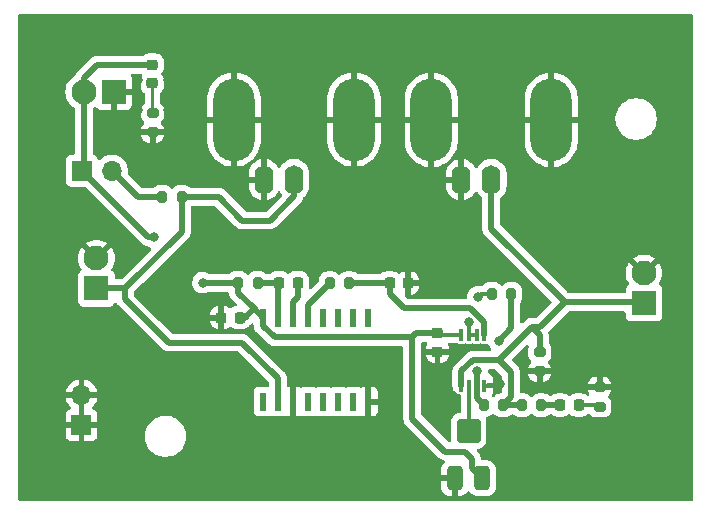
<source format=gbr>
%TF.GenerationSoftware,KiCad,Pcbnew,8.0.1*%
%TF.CreationDate,2024-06-13T00:26:54+02:00*%
%TF.ProjectId,CFT,4346542e-6b69-4636-9164-5f7063625858,rev?*%
%TF.SameCoordinates,PX52e4ef2PY60c692e*%
%TF.FileFunction,Copper,L1,Top*%
%TF.FilePolarity,Positive*%
%FSLAX46Y46*%
G04 Gerber Fmt 4.6, Leading zero omitted, Abs format (unit mm)*
G04 Created by KiCad (PCBNEW 8.0.1) date 2024-06-13 00:26:54*
%MOMM*%
%LPD*%
G01*
G04 APERTURE LIST*
G04 Aperture macros list*
%AMRoundRect*
0 Rectangle with rounded corners*
0 $1 Rounding radius*
0 $2 $3 $4 $5 $6 $7 $8 $9 X,Y pos of 4 corners*
0 Add a 4 corners polygon primitive as box body*
4,1,4,$2,$3,$4,$5,$6,$7,$8,$9,$2,$3,0*
0 Add four circle primitives for the rounded corners*
1,1,$1+$1,$2,$3*
1,1,$1+$1,$4,$5*
1,1,$1+$1,$6,$7*
1,1,$1+$1,$8,$9*
0 Add four rect primitives between the rounded corners*
20,1,$1+$1,$2,$3,$4,$5,0*
20,1,$1+$1,$4,$5,$6,$7,0*
20,1,$1+$1,$6,$7,$8,$9,0*
20,1,$1+$1,$8,$9,$2,$3,0*%
G04 Aperture macros list end*
%TA.AperFunction,SMDPad,CuDef*%
%ADD10RoundRect,0.200000X0.200000X0.275000X-0.200000X0.275000X-0.200000X-0.275000X0.200000X-0.275000X0*%
%TD*%
%TA.AperFunction,SMDPad,CuDef*%
%ADD11RoundRect,0.200000X-0.200000X-0.275000X0.200000X-0.275000X0.200000X0.275000X-0.200000X0.275000X0*%
%TD*%
%TA.AperFunction,SMDPad,CuDef*%
%ADD12RoundRect,0.200000X0.275000X-0.200000X0.275000X0.200000X-0.275000X0.200000X-0.275000X-0.200000X0*%
%TD*%
%TA.AperFunction,SMDPad,CuDef*%
%ADD13RoundRect,0.225000X-0.250000X0.225000X-0.250000X-0.225000X0.250000X-0.225000X0.250000X0.225000X0*%
%TD*%
%TA.AperFunction,SMDPad,CuDef*%
%ADD14R,0.600000X1.500000*%
%TD*%
%TA.AperFunction,SMDPad,CuDef*%
%ADD15RoundRect,0.200000X-0.275000X0.200000X-0.275000X-0.200000X0.275000X-0.200000X0.275000X0.200000X0*%
%TD*%
%TA.AperFunction,SMDPad,CuDef*%
%ADD16RoundRect,0.225000X-0.225000X-0.250000X0.225000X-0.250000X0.225000X0.250000X-0.225000X0.250000X0*%
%TD*%
%TA.AperFunction,SMDPad,CuDef*%
%ADD17RoundRect,0.225000X0.225000X0.250000X-0.225000X0.250000X-0.225000X-0.250000X0.225000X-0.250000X0*%
%TD*%
%TA.AperFunction,SMDPad,CuDef*%
%ADD18RoundRect,0.218750X0.256250X-0.218750X0.256250X0.218750X-0.256250X0.218750X-0.256250X-0.218750X0*%
%TD*%
%TA.AperFunction,ComponentPad*%
%ADD19O,1.600000X2.500000*%
%TD*%
%TA.AperFunction,ComponentPad*%
%ADD20O,3.500000X7.000000*%
%TD*%
%TA.AperFunction,SMDPad,CuDef*%
%ADD21RoundRect,0.218750X0.218750X0.256250X-0.218750X0.256250X-0.218750X-0.256250X0.218750X-0.256250X0*%
%TD*%
%TA.AperFunction,ComponentPad*%
%ADD22R,2.100000X2.100000*%
%TD*%
%TA.AperFunction,ComponentPad*%
%ADD23C,2.100000*%
%TD*%
%TA.AperFunction,SMDPad,CuDef*%
%ADD24R,0.400000X1.100000*%
%TD*%
%TA.AperFunction,SMDPad,CuDef*%
%ADD25RoundRect,0.250000X0.400000X0.750000X-0.400000X0.750000X-0.400000X-0.750000X0.400000X-0.750000X0*%
%TD*%
%TA.AperFunction,SMDPad,CuDef*%
%ADD26RoundRect,0.250000X0.750000X0.750000X-0.750000X0.750000X-0.750000X-0.750000X0.750000X-0.750000X0*%
%TD*%
%TA.AperFunction,ComponentPad*%
%ADD27R,1.700000X1.700000*%
%TD*%
%TA.AperFunction,ComponentPad*%
%ADD28O,1.700000X1.700000*%
%TD*%
%TA.AperFunction,ViaPad*%
%ADD29C,0.800000*%
%TD*%
%TA.AperFunction,Conductor*%
%ADD30C,0.500000*%
%TD*%
%TA.AperFunction,Conductor*%
%ADD31C,0.350000*%
%TD*%
%TA.AperFunction,Conductor*%
%ADD32C,0.250000*%
%TD*%
G04 APERTURE END LIST*
D10*
%TO.P,R7,1*%
%TO.N,Net-(D1-A)*%
X44285000Y8140000D03*
%TO.P,R7,2*%
%TO.N,Net-(J6-Pin_1)*%
X42635000Y8140000D03*
%TD*%
D11*
%TO.P,R4,1*%
%TO.N,Net-(U1B--)*%
X40110000Y17560000D03*
%TO.P,R4,2*%
%TO.N,Net-(U1A-+)*%
X41760000Y17560000D03*
%TD*%
D12*
%TO.P,R8,1*%
%TO.N,Net-(D1-K)*%
X49230000Y8010000D03*
%TO.P,R8,2*%
%TO.N,GND*%
X49230000Y9660000D03*
%TD*%
D11*
%TO.P,R1,1*%
%TO.N,Net-(J5-Pin_2)*%
X12185000Y25770000D03*
%TO.P,R1,2*%
%TO.N,Net-(J3-In)*%
X13835000Y25770000D03*
%TD*%
D13*
%TO.P,C1,1*%
%TO.N,/Vcc*%
X35500000Y14220000D03*
%TO.P,C1,2*%
%TO.N,GND*%
X35500000Y12670000D03*
%TD*%
D14*
%TO.P,U2,1,A*%
%TO.N,unconnected-(U2A-A-Pad1)*%
X20745000Y8440000D03*
%TO.P,U2,2,B*%
%TO.N,Net-(J3-In)*%
X22015000Y8440000D03*
%TO.P,U2,3,Clr*%
%TO.N,GND*%
X23285000Y8440000D03*
%TO.P,U2,4,~{Q}*%
%TO.N,unconnected-(U2A-~{Q}-Pad4)*%
X24555000Y8440000D03*
%TO.P,U2,5,Q*%
%TO.N,unconnected-(U2B-Q-Pad5)*%
X25825000Y8440000D03*
%TO.P,U2,6,Cext*%
%TO.N,unconnected-(U2B-Cext-Pad6)*%
X27095000Y8440000D03*
%TO.P,U2,7,RCext*%
%TO.N,unconnected-(U2B-RCext-Pad7)*%
X28365000Y8440000D03*
%TO.P,U2,8,GND*%
%TO.N,GND*%
X29635000Y8440000D03*
%TO.P,U2,9,A*%
%TO.N,unconnected-(U2B-A-Pad9)*%
X29635000Y15540000D03*
%TO.P,U2,10,B*%
%TO.N,unconnected-(U2B-B-Pad10)*%
X28365000Y15540000D03*
%TO.P,U2,11,Clr*%
%TO.N,unconnected-(U2B-Clr-Pad11)*%
X27095000Y15540000D03*
%TO.P,U2,12,~{Q}*%
%TO.N,unconnected-(U2B-~{Q}-Pad12)*%
X25825000Y15540000D03*
%TO.P,U2,13,Q*%
%TO.N,Net-(U2A-Q)*%
X24555000Y15540000D03*
%TO.P,U2,14,Cext*%
%TO.N,Net-(U2A-Cext)*%
X23285000Y15540000D03*
%TO.P,U2,15,RCext*%
%TO.N,Net-(U2A-RCext)*%
X22015000Y15540000D03*
%TO.P,U2,16,VCC*%
%TO.N,/Vcc*%
X20745000Y15540000D03*
%TD*%
D15*
%TO.P,R9,1*%
%TO.N,Net-(D2-K)*%
X11380000Y32895000D03*
%TO.P,R9,2*%
%TO.N,GND*%
X11380000Y31245000D03*
%TD*%
D16*
%TO.P,C2,1*%
%TO.N,Net-(U2A-RCext)*%
X22105000Y18480000D03*
%TO.P,C2,2*%
%TO.N,Net-(U2A-Cext)*%
X23655000Y18480000D03*
%TD*%
D11*
%TO.P,R3,1*%
%TO.N,Net-(U2A-Q)*%
X26370000Y18470000D03*
%TO.P,R3,2*%
%TO.N,Net-(U1B-+)*%
X28020000Y18470000D03*
%TD*%
D17*
%TO.P,C3,1*%
%TO.N,/Vcc*%
X18740000Y15550000D03*
%TO.P,C3,2*%
%TO.N,GND*%
X17190000Y15550000D03*
%TD*%
D12*
%TO.P,R6,1*%
%TO.N,GND*%
X44150000Y11000000D03*
%TO.P,R6,2*%
%TO.N,Net-(J6-Pin_1)*%
X44150000Y12650000D03*
%TD*%
D18*
%TO.P,D2,1,K*%
%TO.N,Net-(D2-K)*%
X11350000Y35395000D03*
%TO.P,D2,2,A*%
%TO.N,/Vcc*%
X11350000Y36970000D03*
%TD*%
D19*
%TO.P,J7,1,In*%
%TO.N,Net-(J6-Pin_1)*%
X40060000Y27220000D03*
D20*
%TO.P,J7,2,Ext*%
%TO.N,GND*%
X34980000Y32300000D03*
D19*
X37520000Y27220000D03*
D20*
X45140000Y32300000D03*
%TD*%
D16*
%TO.P,C4,1*%
%TO.N,Net-(U1B-+)*%
X31440000Y18470000D03*
%TO.P,C4,2*%
%TO.N,GND*%
X32990000Y18470000D03*
%TD*%
D21*
%TO.P,D1,1,K*%
%TO.N,Net-(D1-K)*%
X47455000Y8150000D03*
%TO.P,D1,2,A*%
%TO.N,Net-(D1-A)*%
X45880000Y8150000D03*
%TD*%
D19*
%TO.P,J3,1,In*%
%TO.N,Net-(J3-In)*%
X23350000Y27230000D03*
D20*
%TO.P,J3,2,Ext*%
%TO.N,GND*%
X18270000Y32310000D03*
D19*
X20810000Y27230000D03*
D20*
X28430000Y32310000D03*
%TD*%
D11*
%TO.P,R5,1*%
%TO.N,Net-(U1A-+)*%
X39400000Y8140000D03*
%TO.P,R5,2*%
%TO.N,Net-(J6-Pin_1)*%
X41050000Y8140000D03*
%TD*%
D22*
%TO.P,J1,1,Pin_1*%
%TO.N,GND*%
X8100000Y34680000D03*
D23*
%TO.P,J1,2,Pin_2*%
%TO.N,/Vcc*%
X5560000Y34680000D03*
%TD*%
D11*
%TO.P,R2,1*%
%TO.N,/Vcc*%
X18615000Y18480000D03*
%TO.P,R2,2*%
%TO.N,Net-(U2A-RCext)*%
X20265000Y18480000D03*
%TD*%
D24*
%TO.P,U1,1*%
%TO.N,Net-(J6-Pin_1)*%
X37525000Y9800000D03*
%TO.P,U1,2,-*%
%TO.N,Net-(U1A--)*%
X38175000Y9800000D03*
%TO.P,U1,3,+*%
%TO.N,Net-(U1A-+)*%
X38825000Y9800000D03*
%TO.P,U1,4,V-*%
%TO.N,GND*%
X39475000Y9800000D03*
%TO.P,U1,5,+*%
%TO.N,Net-(U1B-+)*%
X39475000Y14100000D03*
%TO.P,U1,6,-*%
%TO.N,Net-(U1B--)*%
X38825000Y14100000D03*
%TO.P,U1,7*%
X38175000Y14100000D03*
%TO.P,U1,8,V+*%
%TO.N,/Vcc*%
X37525000Y14100000D03*
%TD*%
D25*
%TO.P,RV1,1,1*%
%TO.N,/Vcc*%
X39280000Y1950000D03*
D26*
%TO.P,RV1,2,2*%
%TO.N,Net-(U1A--)*%
X38130000Y5950000D03*
D25*
%TO.P,RV1,3,3*%
%TO.N,GND*%
X36980000Y1950000D03*
%TD*%
D22*
%TO.P,J4,1,Pin_1*%
%TO.N,Net-(J3-In)*%
X6630000Y18040000D03*
D23*
%TO.P,J4,2,Pin_2*%
%TO.N,GND*%
X6630000Y20580000D03*
%TD*%
D27*
%TO.P,J2,1,Pin_1*%
%TO.N,GND*%
X5360000Y6450000D03*
D28*
%TO.P,J2,2,Pin_2*%
X5360000Y8990000D03*
%TD*%
D27*
%TO.P,J5,1,Pin_1*%
%TO.N,/Vcc*%
X5390000Y27990000D03*
D28*
%TO.P,J5,2,Pin_2*%
%TO.N,Net-(J5-Pin_2)*%
X7930000Y27990000D03*
%TD*%
D22*
%TO.P,J6,1,Pin_1*%
%TO.N,Net-(J6-Pin_1)*%
X52980000Y16790000D03*
D23*
%TO.P,J6,2,Pin_2*%
%TO.N,GND*%
X52980000Y19330000D03*
%TD*%
D29*
%TO.N,/Vcc*%
X11470000Y22360000D03*
X15630000Y18500000D03*
%TO.N,GND*%
X50795000Y10255000D03*
X17775000Y20415000D03*
X2535000Y15335000D03*
X27935000Y20415000D03*
X7615000Y15335000D03*
X43175000Y25495000D03*
X12695000Y2635000D03*
X53335000Y25495000D03*
X22855000Y22955000D03*
X10155000Y35655000D03*
X15235000Y10255000D03*
X2535000Y33115000D03*
X7615000Y7715000D03*
X30475000Y20415000D03*
X55875000Y30575000D03*
X22855000Y35655000D03*
X22855000Y33115000D03*
X27935000Y38195000D03*
X2535000Y22955000D03*
X48255000Y33115000D03*
X5075000Y25495000D03*
X43175000Y5175000D03*
X50795000Y20415000D03*
X20315000Y38195000D03*
X15235000Y28035000D03*
X40635000Y5175000D03*
X55875000Y33115000D03*
X25395000Y38195000D03*
X55875000Y12795000D03*
X40635000Y33115000D03*
X45715000Y38195000D03*
X7615000Y2635000D03*
X48255000Y15335000D03*
X25395000Y2635000D03*
X17775000Y2635000D03*
X7615000Y12795000D03*
X22855000Y5175000D03*
X55875000Y35655000D03*
X5075000Y12795000D03*
X10155000Y12795000D03*
X48255000Y35655000D03*
X33015000Y25495000D03*
X12695000Y35655000D03*
X17775000Y7715000D03*
X50795000Y28035000D03*
X48255000Y25495000D03*
X45715000Y25495000D03*
X55875000Y28035000D03*
X27935000Y10255000D03*
X7615000Y30575000D03*
X40810000Y9910000D03*
X33015000Y2635000D03*
X12695000Y33115000D03*
X12695000Y10255000D03*
X7615000Y22955000D03*
X7615000Y38195000D03*
X20315000Y5175000D03*
X50795000Y22955000D03*
X15235000Y7715000D03*
X50795000Y35655000D03*
X35555000Y25495000D03*
X30475000Y28035000D03*
X12695000Y38195000D03*
X35555000Y10255000D03*
X55875000Y5175000D03*
X40635000Y35655000D03*
X12695000Y30575000D03*
X25395000Y25495000D03*
X53335000Y38195000D03*
X2535000Y12795000D03*
X10155000Y33115000D03*
X20315000Y2635000D03*
X22855000Y30575000D03*
X25395000Y35655000D03*
X33015000Y22955000D03*
X25395000Y30575000D03*
X5075000Y2635000D03*
X53335000Y10255000D03*
X45715000Y5175000D03*
X27935000Y2635000D03*
X30475000Y25495000D03*
X35555000Y22955000D03*
X10155000Y2635000D03*
X27935000Y22955000D03*
X2535000Y17875000D03*
X15235000Y35655000D03*
X25395000Y10255000D03*
X48255000Y5175000D03*
X2535000Y25495000D03*
X55875000Y25495000D03*
X55875000Y2635000D03*
X30475000Y22955000D03*
X30475000Y2635000D03*
X5075000Y15335000D03*
X22855000Y20415000D03*
X30475000Y10255000D03*
X53335000Y35655000D03*
X22855000Y38195000D03*
X55875000Y7715000D03*
X50795000Y15335000D03*
X2535000Y5175000D03*
X53335000Y5175000D03*
X2535000Y38195000D03*
X10155000Y38195000D03*
X48255000Y30575000D03*
X33015000Y20415000D03*
X40635000Y38195000D03*
X10155000Y30575000D03*
X45715000Y20415000D03*
X2535000Y10255000D03*
X17775000Y5175000D03*
X43175000Y22955000D03*
X45715000Y2635000D03*
X5075000Y22955000D03*
X7615000Y5175000D03*
X15235000Y5175000D03*
X38095000Y35655000D03*
X50795000Y38195000D03*
X15235000Y22955000D03*
X17775000Y10255000D03*
X25395000Y33115000D03*
X50795000Y12795000D03*
X45715000Y10255000D03*
X45715000Y12795000D03*
X38095000Y33115000D03*
X53335000Y2635000D03*
X50795000Y7715000D03*
X15235000Y33115000D03*
X53335000Y7715000D03*
X43175000Y38195000D03*
X25395000Y28035000D03*
X33015000Y38195000D03*
X48255000Y38195000D03*
X55875000Y20415000D03*
X25395000Y22955000D03*
X10155000Y7715000D03*
X38095000Y30575000D03*
X55875000Y17875000D03*
X12695000Y17875000D03*
X53335000Y12795000D03*
X33015000Y28035000D03*
X17775000Y38195000D03*
X38095000Y20415000D03*
X40635000Y30575000D03*
X27935000Y5175000D03*
X38095000Y38195000D03*
X43175000Y2635000D03*
X27935000Y25495000D03*
X48255000Y28035000D03*
X48255000Y12795000D03*
X25395000Y5175000D03*
X45715000Y22955000D03*
X30475000Y38195000D03*
X22855000Y2635000D03*
X2535000Y7715000D03*
X50795000Y2635000D03*
X35555000Y20415000D03*
X48255000Y20415000D03*
X48255000Y2635000D03*
X12695000Y28035000D03*
X2535000Y20415000D03*
X55875000Y22955000D03*
X53335000Y22955000D03*
X35555000Y7715000D03*
X2535000Y30575000D03*
X35555000Y17875000D03*
X15235000Y30575000D03*
X53335000Y28035000D03*
X7615000Y10255000D03*
X2535000Y35655000D03*
X48255000Y22955000D03*
X20315000Y20415000D03*
X15235000Y2635000D03*
X2535000Y28035000D03*
X5075000Y38195000D03*
X10155000Y10255000D03*
X15235000Y38195000D03*
X43175000Y28035000D03*
X55875000Y10255000D03*
X25395000Y20415000D03*
X35555000Y38195000D03*
X55875000Y15335000D03*
X50795000Y5175000D03*
X38095000Y22955000D03*
X2535000Y2635000D03*
X55875000Y38195000D03*
X50795000Y25495000D03*
X15235000Y15335000D03*
X30475000Y5175000D03*
%TO.N,Net-(U1B--)*%
X38900000Y17290000D03*
X38180000Y15200000D03*
%TO.N,Net-(U1A-+)*%
X38860000Y11070000D03*
X40690000Y13570000D03*
%TD*%
D30*
%TO.N,/Vcc*%
X5390000Y27990000D02*
X11020000Y22360000D01*
X5560000Y35850000D02*
X6680000Y36970000D01*
X38400000Y3620000D02*
X38400000Y2830000D01*
X18615000Y17670000D02*
X19952500Y16332500D01*
X5560000Y34680000D02*
X5560000Y35850000D01*
X21725000Y13880000D02*
X33360000Y13880000D01*
X36150000Y4210000D02*
X37810000Y4210000D01*
X33360000Y7000000D02*
X36150000Y4210000D01*
X11020000Y22360000D02*
X11470000Y22360000D01*
D31*
X35620000Y14100000D02*
X35500000Y14220000D01*
D30*
X33360000Y13880000D02*
X33360000Y7000000D01*
X5560000Y34680000D02*
X5560000Y28160000D01*
X20745000Y15540000D02*
X20745000Y14860000D01*
X38400000Y2830000D02*
X39280000Y1950000D01*
X6680000Y36970000D02*
X11350000Y36970000D01*
X19170000Y15550000D02*
X19952500Y16332500D01*
D31*
X37525000Y14100000D02*
X35620000Y14100000D01*
D30*
X15630000Y18500000D02*
X18595000Y18500000D01*
X5560000Y28160000D02*
X5390000Y27990000D01*
X18595000Y18500000D02*
X18615000Y18480000D01*
X20745000Y14860000D02*
X21725000Y13880000D01*
X18615000Y18480000D02*
X18615000Y17670000D01*
X33360000Y13880000D02*
X33700000Y14220000D01*
X18740000Y15550000D02*
X19170000Y15550000D01*
X33700000Y14220000D02*
X35500000Y14220000D01*
X19952500Y16332500D02*
X20745000Y15540000D01*
X37810000Y4210000D02*
X38400000Y3620000D01*
D31*
%TO.N,GND*%
X39475000Y9800000D02*
X40700000Y9800000D01*
X40700000Y9800000D02*
X40810000Y9910000D01*
D30*
%TO.N,Net-(U2A-RCext)*%
X22105000Y18480000D02*
X20265000Y18480000D01*
X22015000Y15540000D02*
X22015000Y18390000D01*
X22015000Y18390000D02*
X22105000Y18480000D01*
%TO.N,Net-(U2A-Cext)*%
X23285000Y16885000D02*
X23680000Y17280000D01*
X23680000Y17280000D02*
X23655000Y17305000D01*
X23655000Y17305000D02*
X23655000Y18480000D01*
X23285000Y15540000D02*
X23285000Y16885000D01*
%TO.N,Net-(U1B-+)*%
X28020000Y18470000D02*
X31440000Y18470000D01*
X38245000Y16380000D02*
X39475000Y15150000D01*
X32640000Y16380000D02*
X38245000Y16380000D01*
X31440000Y17580000D02*
X32640000Y16380000D01*
X39475000Y15150000D02*
X39475000Y14100000D01*
X31440000Y18470000D02*
X31440000Y17580000D01*
D31*
%TO.N,Net-(D1-K)*%
X49090000Y8150000D02*
X49230000Y8010000D01*
X47455000Y8150000D02*
X49090000Y8150000D01*
D30*
%TO.N,Net-(D1-A)*%
X45870000Y8140000D02*
X45880000Y8150000D01*
X44285000Y8140000D02*
X45870000Y8140000D01*
%TO.N,Net-(J3-In)*%
X13835000Y25770000D02*
X13835000Y22825000D01*
X9050000Y17120000D02*
X9050000Y18040000D01*
X23350000Y25810000D02*
X23350000Y27230000D01*
X18970000Y13440000D02*
X12730000Y13440000D01*
X12730000Y13440000D02*
X9050000Y17120000D01*
X22015000Y10395000D02*
X18970000Y13440000D01*
X9050000Y18040000D02*
X6630000Y18040000D01*
X22015000Y8440000D02*
X22015000Y10395000D01*
X13835000Y25770000D02*
X16980000Y25770000D01*
X18980000Y23770000D02*
X21310000Y23770000D01*
X21310000Y23770000D02*
X23350000Y25810000D01*
X13835000Y22825000D02*
X9050000Y18040000D01*
X16980000Y25770000D02*
X18980000Y23770000D01*
%TO.N,Net-(J5-Pin_2)*%
X10150000Y25770000D02*
X7930000Y27990000D01*
X12185000Y25770000D02*
X10150000Y25770000D01*
%TO.N,Net-(J6-Pin_1)*%
X44150000Y12650000D02*
X44150000Y14080000D01*
X52980000Y16790000D02*
X52930000Y16840000D01*
X41050000Y8140000D02*
X42635000Y8140000D01*
X46300000Y16840000D02*
X40060000Y23080000D01*
X44150000Y14080000D02*
X43470000Y14760000D01*
X41710000Y8800000D02*
X41710000Y10940000D01*
X44220000Y14760000D02*
X46300000Y16840000D01*
X37525000Y11007793D02*
X38487207Y11970000D01*
X37525000Y9800000D02*
X37525000Y11007793D01*
X43470000Y14760000D02*
X44220000Y14760000D01*
X52930000Y16840000D02*
X46300000Y16840000D01*
X40680000Y11970000D02*
X43470000Y14760000D01*
X41710000Y10940000D02*
X40680000Y11970000D01*
X38487207Y11970000D02*
X40680000Y11970000D01*
X40060000Y23080000D02*
X40060000Y27220000D01*
X41050000Y8140000D02*
X41710000Y8800000D01*
%TO.N,Net-(U2A-Q)*%
X24555000Y15540000D02*
X24555000Y16655000D01*
X24555000Y16655000D02*
X26370000Y18470000D01*
D31*
%TO.N,Net-(U1B--)*%
X38175000Y14100000D02*
X38175000Y15195000D01*
X38175000Y14100000D02*
X38825000Y14100000D01*
X38900000Y17290000D02*
X39150000Y17540000D01*
X39370000Y17560000D02*
X40110000Y17560000D01*
X39350000Y17540000D02*
X39370000Y17560000D01*
X39150000Y17540000D02*
X39350000Y17540000D01*
X38175000Y15195000D02*
X38180000Y15200000D01*
D30*
%TO.N,Net-(U1A-+)*%
X38860000Y11070000D02*
X38825000Y11035000D01*
X41760000Y17560000D02*
X41760000Y14640000D01*
X38825000Y9800000D02*
X38825000Y8715000D01*
X41760000Y14640000D02*
X40690000Y13570000D01*
X38825000Y8715000D02*
X39400000Y8140000D01*
X38825000Y11035000D02*
X38825000Y9800000D01*
D31*
%TO.N,Net-(U1A--)*%
X38175000Y9800000D02*
X38175000Y5995000D01*
X38175000Y5995000D02*
X38130000Y5950000D01*
D32*
%TO.N,Net-(D2-K)*%
X11350000Y35395000D02*
X11350000Y32925000D01*
X11350000Y32925000D02*
X11380000Y32895000D01*
%TD*%
%TA.AperFunction,Conductor*%
%TO.N,GND*%
G36*
X34592464Y13441815D02*
G01*
X34638219Y13389011D01*
X34648163Y13319853D01*
X34630963Y13272402D01*
X34588455Y13203489D01*
X34588452Y13203482D01*
X34535144Y13042607D01*
X34525000Y12943323D01*
X34525000Y12920000D01*
X36474999Y12920000D01*
X36474999Y12943308D01*
X36474998Y12943323D01*
X36464855Y13042608D01*
X36411547Y13203482D01*
X36411542Y13203493D01*
X36396794Y13227403D01*
X36378353Y13294795D01*
X36399275Y13361459D01*
X36452917Y13406229D01*
X36502332Y13416500D01*
X37126292Y13416500D01*
X37193331Y13396815D01*
X37195183Y13395602D01*
X37246769Y13361133D01*
X37246770Y13361132D01*
X37305247Y13349501D01*
X37305250Y13349500D01*
X37305252Y13349500D01*
X37744750Y13349500D01*
X37744751Y13349501D01*
X37759485Y13352432D01*
X37815210Y13363515D01*
X37815464Y13362238D01*
X37872009Y13368320D01*
X37895899Y13361306D01*
X37955247Y13349501D01*
X37955250Y13349500D01*
X37955252Y13349500D01*
X38394750Y13349500D01*
X38394751Y13349501D01*
X38409485Y13352432D01*
X38465210Y13363515D01*
X38465464Y13362238D01*
X38522009Y13368320D01*
X38545899Y13361306D01*
X38605247Y13349501D01*
X38605250Y13349500D01*
X38605252Y13349500D01*
X39044750Y13349500D01*
X39044751Y13349501D01*
X39059485Y13352432D01*
X39115210Y13363515D01*
X39115464Y13362238D01*
X39172009Y13368320D01*
X39195899Y13361306D01*
X39255247Y13349501D01*
X39255250Y13349500D01*
X39255252Y13349500D01*
X39347863Y13349500D01*
X39372056Y13347117D01*
X39400293Y13341500D01*
X39400294Y13341500D01*
X39549707Y13341500D01*
X39577944Y13347117D01*
X39602137Y13349500D01*
X39694750Y13349500D01*
X39700813Y13350097D01*
X39701018Y13348011D01*
X39761117Y13342641D01*
X39816300Y13299786D01*
X39833664Y13265564D01*
X39855471Y13198448D01*
X39855473Y13198444D01*
X39950960Y13033056D01*
X40038825Y12935472D01*
X40069055Y12872481D01*
X40060430Y12803145D01*
X40015688Y12749480D01*
X39949036Y12728522D01*
X39946675Y12728500D01*
X38412497Y12728500D01*
X38339231Y12713926D01*
X38265967Y12699354D01*
X38265963Y12699352D01*
X38265961Y12699352D01*
X38265960Y12699351D01*
X38222863Y12681500D01*
X38208781Y12675667D01*
X38127921Y12642174D01*
X38117768Y12635389D01*
X38117767Y12635390D01*
X38117763Y12635386D01*
X38003695Y12559169D01*
X38003687Y12559163D01*
X36935835Y11491311D01*
X36852828Y11367081D01*
X36852824Y11367073D01*
X36808444Y11259929D01*
X36795650Y11229043D01*
X36795649Y11229040D01*
X36766500Y11082502D01*
X36766500Y11082499D01*
X36766500Y9725294D01*
X36766500Y9725292D01*
X36766499Y9725292D01*
X36795647Y9578760D01*
X36795650Y9578750D01*
X36852822Y9440723D01*
X36852829Y9440710D01*
X36935834Y9316485D01*
X36935837Y9316481D01*
X37041481Y9210837D01*
X37041484Y9210835D01*
X37144809Y9141796D01*
X37179016Y9107590D01*
X37180445Y9105452D01*
X37180450Y9105446D01*
X37246769Y9061133D01*
X37246770Y9061132D01*
X37305247Y9049501D01*
X37305250Y9049500D01*
X37305252Y9049500D01*
X37367500Y9049500D01*
X37434539Y9029815D01*
X37480294Y8977011D01*
X37491500Y8925500D01*
X37491500Y7582500D01*
X37471815Y7515461D01*
X37419011Y7469706D01*
X37367503Y7458500D01*
X37329462Y7458500D01*
X37329446Y7458499D01*
X37225572Y7447887D01*
X37057264Y7392116D01*
X37057259Y7392114D01*
X36906346Y7299029D01*
X36780971Y7173654D01*
X36687886Y7022741D01*
X36687884Y7022736D01*
X36632113Y6854428D01*
X36621500Y6750553D01*
X36621500Y5149463D01*
X36621502Y5149442D01*
X36624567Y5119434D01*
X36611796Y5050741D01*
X36563915Y4999857D01*
X36496125Y4982938D01*
X36429949Y5005355D01*
X36413528Y5019153D01*
X34154819Y7277862D01*
X34121334Y7339185D01*
X34118500Y7365543D01*
X34118500Y12420000D01*
X34525001Y12420000D01*
X34525001Y12396678D01*
X34535144Y12297393D01*
X34588452Y12136519D01*
X34588457Y12136508D01*
X34677424Y11992272D01*
X34677427Y11992268D01*
X34797267Y11872428D01*
X34797271Y11872425D01*
X34941507Y11783458D01*
X34941518Y11783453D01*
X35102393Y11730145D01*
X35201683Y11720001D01*
X35249999Y11720002D01*
X35250000Y11720002D01*
X35250000Y12420000D01*
X35750000Y12420000D01*
X35750000Y11720001D01*
X35798308Y11720001D01*
X35798322Y11720002D01*
X35897607Y11730145D01*
X36058481Y11783453D01*
X36058492Y11783458D01*
X36202728Y11872425D01*
X36202732Y11872428D01*
X36322572Y11992268D01*
X36322575Y11992272D01*
X36411542Y12136508D01*
X36411547Y12136519D01*
X36464855Y12297394D01*
X36474999Y12396678D01*
X36475000Y12396691D01*
X36475000Y12420000D01*
X35750000Y12420000D01*
X35250000Y12420000D01*
X34525001Y12420000D01*
X34118500Y12420000D01*
X34118500Y13337500D01*
X34138185Y13404539D01*
X34190989Y13450294D01*
X34242500Y13461500D01*
X34525425Y13461500D01*
X34592464Y13441815D01*
G37*
%TD.AperFunction*%
%TA.AperFunction,Conductor*%
G36*
X40381496Y11191815D02*
G01*
X40402138Y11175181D01*
X40915181Y10662138D01*
X40948666Y10600815D01*
X40951500Y10574457D01*
X40951500Y9247500D01*
X40931815Y9180461D01*
X40879011Y9134706D01*
X40827503Y9123500D01*
X40792728Y9123500D01*
X40721354Y9117015D01*
X40721344Y9117012D01*
X40557090Y9065829D01*
X40409843Y8976815D01*
X40329526Y8896498D01*
X40268202Y8863014D01*
X40198511Y8867998D01*
X40142577Y8909870D01*
X40118161Y8975335D01*
X40125664Y9027514D01*
X40168595Y9142617D01*
X40168598Y9142628D01*
X40174999Y9202156D01*
X40175000Y9202173D01*
X40175000Y9600000D01*
X39707500Y9600000D01*
X39640461Y9619685D01*
X39594706Y9672489D01*
X39583500Y9724000D01*
X39583500Y9876000D01*
X39603185Y9943039D01*
X39655989Y9988794D01*
X39707500Y10000000D01*
X40175000Y10000000D01*
X40175000Y10397828D01*
X40174999Y10397845D01*
X40168598Y10457373D01*
X40168596Y10457380D01*
X40118354Y10592087D01*
X40118350Y10592094D01*
X40032190Y10707188D01*
X40032187Y10707191D01*
X39917093Y10793351D01*
X39917086Y10793355D01*
X39840972Y10821743D01*
X39785038Y10863614D01*
X39760621Y10929078D01*
X39760983Y10950878D01*
X39773504Y11070000D01*
X39773027Y11074542D01*
X39785598Y11143272D01*
X39833332Y11194294D01*
X39896348Y11211500D01*
X40314457Y11211500D01*
X40381496Y11191815D01*
G37*
%TD.AperFunction*%
%TA.AperFunction,Conductor*%
G36*
X5610000Y6883012D02*
G01*
X5552993Y6915925D01*
X5425826Y6950000D01*
X5294174Y6950000D01*
X5167007Y6915925D01*
X5110000Y6883012D01*
X5110000Y8556988D01*
X5167007Y8524075D01*
X5294174Y8490000D01*
X5425826Y8490000D01*
X5552993Y8524075D01*
X5610000Y8556988D01*
X5610000Y6883012D01*
G37*
%TD.AperFunction*%
%TA.AperFunction,Conductor*%
G36*
X57043071Y41250315D02*
G01*
X57088826Y41197511D01*
X57100032Y41146030D01*
X57103657Y26182820D01*
X57109890Y452114D01*
X57109970Y124030D01*
X57090302Y56986D01*
X57037509Y11218D01*
X56985970Y0D01*
X144000Y0D01*
X76961Y19685D01*
X31206Y72489D01*
X20000Y124000D01*
X20000Y1700000D01*
X35830001Y1700000D01*
X35830001Y1150014D01*
X35840494Y1047303D01*
X35895641Y880881D01*
X35895643Y880876D01*
X35987684Y731655D01*
X36111654Y607685D01*
X36260875Y515644D01*
X36260880Y515642D01*
X36427302Y460495D01*
X36427309Y460494D01*
X36530019Y450001D01*
X36729999Y450001D01*
X36730000Y450002D01*
X36730000Y1700000D01*
X35830001Y1700000D01*
X20000Y1700000D01*
X20000Y5552156D01*
X4010000Y5552156D01*
X4016401Y5492628D01*
X4016403Y5492621D01*
X4066645Y5357914D01*
X4066649Y5357907D01*
X4152809Y5242813D01*
X4152812Y5242810D01*
X4267906Y5156650D01*
X4267913Y5156646D01*
X4402620Y5106404D01*
X4402627Y5106402D01*
X4462155Y5100001D01*
X4462172Y5100000D01*
X5110000Y5100000D01*
X5110000Y6016988D01*
X5167007Y5984075D01*
X5294174Y5950000D01*
X5425826Y5950000D01*
X5552993Y5984075D01*
X5610000Y6016988D01*
X5610000Y5100000D01*
X6257828Y5100000D01*
X6257844Y5100001D01*
X6317372Y5106402D01*
X6317379Y5106404D01*
X6452086Y5156646D01*
X6452093Y5156650D01*
X6567187Y5242810D01*
X6567190Y5242813D01*
X6653350Y5357907D01*
X6653354Y5357914D01*
X6667283Y5395259D01*
X10709500Y5395259D01*
X10734446Y5205785D01*
X10739452Y5167762D01*
X10798842Y4946113D01*
X10886650Y4734124D01*
X10886657Y4734110D01*
X11001392Y4535383D01*
X11141081Y4353339D01*
X11141089Y4353330D01*
X11303330Y4191089D01*
X11303338Y4191082D01*
X11485382Y4051393D01*
X11485385Y4051392D01*
X11485388Y4051389D01*
X11684112Y3936656D01*
X11684117Y3936654D01*
X11684123Y3936651D01*
X11775480Y3898810D01*
X11896113Y3848842D01*
X12117762Y3789452D01*
X12345266Y3759500D01*
X12345273Y3759500D01*
X12574727Y3759500D01*
X12574734Y3759500D01*
X12802238Y3789452D01*
X13023887Y3848842D01*
X13235888Y3936656D01*
X13434612Y4051389D01*
X13616661Y4191081D01*
X13616665Y4191086D01*
X13616670Y4191089D01*
X13778911Y4353330D01*
X13778914Y4353335D01*
X13778919Y4353339D01*
X13918611Y4535388D01*
X14033344Y4734112D01*
X14121158Y4946113D01*
X14180548Y5167762D01*
X14210500Y5395266D01*
X14210500Y5624734D01*
X14180548Y5852238D01*
X14121158Y6073887D01*
X14033344Y6285888D01*
X13918611Y6484612D01*
X13918608Y6484615D01*
X13918607Y6484618D01*
X13778918Y6666662D01*
X13778911Y6666670D01*
X13616670Y6828911D01*
X13616661Y6828919D01*
X13434617Y6968608D01*
X13235890Y7083343D01*
X13235876Y7083350D01*
X13023887Y7171158D01*
X13003293Y7176676D01*
X12802238Y7230548D01*
X12764215Y7235554D01*
X12574741Y7260500D01*
X12574734Y7260500D01*
X12345266Y7260500D01*
X12345258Y7260500D01*
X12128715Y7231991D01*
X12117762Y7230548D01*
X12024076Y7205446D01*
X11896112Y7171158D01*
X11684123Y7083350D01*
X11684109Y7083343D01*
X11485382Y6968608D01*
X11303338Y6828919D01*
X11141081Y6666662D01*
X11001392Y6484618D01*
X10886657Y6285891D01*
X10886650Y6285877D01*
X10798842Y6073888D01*
X10739453Y5852241D01*
X10739451Y5852230D01*
X10709500Y5624742D01*
X10709500Y5395259D01*
X6667283Y5395259D01*
X6703596Y5492621D01*
X6703598Y5492628D01*
X6709999Y5552156D01*
X6710000Y5552173D01*
X6710000Y6200000D01*
X5793012Y6200000D01*
X5825925Y6257007D01*
X5860000Y6384174D01*
X5860000Y6515826D01*
X5825925Y6642993D01*
X5793012Y6700000D01*
X6710000Y6700000D01*
X6710000Y7347828D01*
X6709999Y7347845D01*
X6703598Y7407373D01*
X6703596Y7407380D01*
X6653354Y7542087D01*
X6653350Y7542094D01*
X6567190Y7657188D01*
X6567187Y7657191D01*
X6452093Y7743351D01*
X6452086Y7743355D01*
X6320013Y7792615D01*
X6264079Y7834486D01*
X6239662Y7899951D01*
X6254514Y7968224D01*
X6275665Y7996479D01*
X6398108Y8118922D01*
X6533600Y8312422D01*
X6633429Y8526508D01*
X6633432Y8526514D01*
X6690636Y8740000D01*
X5793012Y8740000D01*
X5825925Y8797007D01*
X5860000Y8924174D01*
X5860000Y9055826D01*
X5825925Y9182993D01*
X5793012Y9240000D01*
X6690636Y9240000D01*
X6690635Y9240001D01*
X6633432Y9453487D01*
X6633429Y9453493D01*
X6533600Y9667578D01*
X6533599Y9667580D01*
X6398113Y9861074D01*
X6398108Y9861080D01*
X6231082Y10028106D01*
X6037578Y10163601D01*
X5823492Y10263430D01*
X5823486Y10263433D01*
X5610000Y10320636D01*
X5610000Y9423012D01*
X5552993Y9455925D01*
X5425826Y9490000D01*
X5294174Y9490000D01*
X5167007Y9455925D01*
X5110000Y9423012D01*
X5110000Y10320636D01*
X5109999Y10320636D01*
X4896513Y10263433D01*
X4896507Y10263430D01*
X4682422Y10163601D01*
X4682420Y10163600D01*
X4488926Y10028114D01*
X4488920Y10028109D01*
X4321891Y9861080D01*
X4321886Y9861074D01*
X4186400Y9667580D01*
X4186399Y9667578D01*
X4086570Y9453493D01*
X4086567Y9453487D01*
X4029364Y9240001D01*
X4029364Y9240000D01*
X4926988Y9240000D01*
X4894075Y9182993D01*
X4860000Y9055826D01*
X4860000Y8924174D01*
X4894075Y8797007D01*
X4926988Y8740000D01*
X4029364Y8740000D01*
X4086567Y8526514D01*
X4086570Y8526508D01*
X4186399Y8312422D01*
X4321894Y8118918D01*
X4444334Y7996478D01*
X4477819Y7935155D01*
X4472835Y7865463D01*
X4430963Y7809530D01*
X4399987Y7792615D01*
X4267911Y7743354D01*
X4267906Y7743351D01*
X4152812Y7657191D01*
X4152809Y7657188D01*
X4066649Y7542094D01*
X4066645Y7542087D01*
X4016403Y7407380D01*
X4016401Y7407373D01*
X4010000Y7347845D01*
X4010000Y6700000D01*
X4926988Y6700000D01*
X4894075Y6642993D01*
X4860000Y6515826D01*
X4860000Y6384174D01*
X4894075Y6257007D01*
X4926988Y6200000D01*
X4010000Y6200000D01*
X4010000Y5552156D01*
X20000Y5552156D01*
X20000Y34680000D01*
X3996681Y34680000D01*
X4015927Y34435446D01*
X4073193Y34196913D01*
X4167071Y33970270D01*
X4295246Y33761107D01*
X4295248Y33761104D01*
X4454567Y33574567D01*
X4641104Y33415248D01*
X4742290Y33353242D01*
X4789165Y33301432D01*
X4801500Y33247515D01*
X4801500Y29472500D01*
X4781815Y29405461D01*
X4729011Y29359706D01*
X4677500Y29348500D01*
X4491345Y29348500D01*
X4430797Y29341989D01*
X4430795Y29341989D01*
X4293795Y29290889D01*
X4176739Y29203261D01*
X4089111Y29086205D01*
X4038011Y28949205D01*
X4038011Y28949203D01*
X4031500Y28888655D01*
X4031500Y27091346D01*
X4038011Y27030798D01*
X4038011Y27030796D01*
X4089111Y26893796D01*
X4176739Y26776739D01*
X4293796Y26689111D01*
X4430799Y26638011D01*
X4458050Y26635082D01*
X4491345Y26631501D01*
X4491362Y26631500D01*
X5624457Y26631500D01*
X5691496Y26611815D01*
X5712138Y26595181D01*
X10430834Y21876485D01*
X10430835Y21876484D01*
X10536484Y21770835D01*
X10536487Y21770833D01*
X10536488Y21770832D01*
X10660705Y21687833D01*
X10660708Y21687832D01*
X10660716Y21687826D01*
X10660722Y21687824D01*
X10660723Y21687823D01*
X10741574Y21654334D01*
X10741575Y21654333D01*
X10765259Y21644523D01*
X10798753Y21630649D01*
X10837250Y21622992D01*
X10871982Y21616083D01*
X10872002Y21616080D01*
X10872024Y21616075D01*
X10945294Y21601500D01*
X10945295Y21601500D01*
X10945296Y21601500D01*
X10950363Y21600492D01*
X10999056Y21579193D01*
X11013248Y21568882D01*
X11187712Y21491206D01*
X11187715Y21491206D01*
X11189515Y21490404D01*
X11242752Y21445154D01*
X11263074Y21378305D01*
X11244029Y21311081D01*
X11226761Y21289443D01*
X8772138Y18834819D01*
X8710815Y18801334D01*
X8684457Y18798500D01*
X8312500Y18798500D01*
X8245461Y18818185D01*
X8199706Y18870989D01*
X8188500Y18922500D01*
X8188500Y19138638D01*
X8188499Y19138655D01*
X8184835Y19172729D01*
X8181989Y19199201D01*
X8130889Y19336204D01*
X8043261Y19453261D01*
X7937762Y19532237D01*
X7895892Y19588170D01*
X7890908Y19657862D01*
X7906347Y19696293D01*
X8015331Y19874139D01*
X8108696Y20099543D01*
X8165651Y20336781D01*
X8184792Y20580000D01*
X8165651Y20823220D01*
X8108696Y21060458D01*
X8015331Y21285862D01*
X7891494Y21487943D01*
X7153787Y20750237D01*
X7142518Y20792292D01*
X7070110Y20917708D01*
X6967708Y21020110D01*
X6842292Y21092518D01*
X6800234Y21103788D01*
X7537941Y21841496D01*
X7335861Y21965332D01*
X7110457Y22058697D01*
X6873219Y22115652D01*
X6873220Y22115652D01*
X6630000Y22134793D01*
X6386780Y22115652D01*
X6149542Y22058697D01*
X5924138Y21965332D01*
X5722057Y21841496D01*
X6459766Y21103788D01*
X6417708Y21092518D01*
X6292292Y21020110D01*
X6189890Y20917708D01*
X6117482Y20792292D01*
X6106212Y20750235D01*
X5368504Y21487943D01*
X5244668Y21285862D01*
X5151303Y21060458D01*
X5094348Y20823220D01*
X5075207Y20580000D01*
X5094348Y20336781D01*
X5151303Y20099543D01*
X5244666Y19874144D01*
X5353653Y19696293D01*
X5371897Y19628847D01*
X5350780Y19562244D01*
X5322236Y19532237D01*
X5216741Y19453263D01*
X5216740Y19453262D01*
X5216739Y19453261D01*
X5202961Y19434856D01*
X5129111Y19336205D01*
X5078011Y19199205D01*
X5078011Y19199203D01*
X5071500Y19138655D01*
X5071500Y16941346D01*
X5078011Y16880798D01*
X5078011Y16880796D01*
X5122800Y16760716D01*
X5129111Y16743796D01*
X5216739Y16626739D01*
X5333796Y16539111D01*
X5470799Y16488011D01*
X5498050Y16485082D01*
X5531345Y16481501D01*
X5531362Y16481500D01*
X7728638Y16481500D01*
X7728654Y16481501D01*
X7755692Y16484409D01*
X7789201Y16488011D01*
X7926204Y16539111D01*
X8043261Y16626739D01*
X8130889Y16743796D01*
X8141075Y16771107D01*
X8182943Y16827037D01*
X8248406Y16851455D01*
X8316680Y16836604D01*
X8366086Y16787200D01*
X8371815Y16775226D01*
X8376943Y16762847D01*
X8377826Y16760716D01*
X8402902Y16723187D01*
X8460835Y16636483D01*
X12246482Y12850836D01*
X12246485Y12850834D01*
X12370716Y12767826D01*
X12508753Y12710649D01*
X12565552Y12699351D01*
X12595466Y12693401D01*
X12655292Y12681500D01*
X12655294Y12681500D01*
X12655295Y12681500D01*
X12804705Y12681500D01*
X18604457Y12681500D01*
X18671496Y12661815D01*
X18692138Y12645181D01*
X21220181Y10117138D01*
X21253666Y10055815D01*
X21256500Y10029457D01*
X21256500Y9819037D01*
X21236815Y9751998D01*
X21184011Y9706243D01*
X21119245Y9695747D01*
X21093638Y9698500D01*
X20396362Y9698500D01*
X20396345Y9698500D01*
X20335797Y9691989D01*
X20335795Y9691989D01*
X20198795Y9640889D01*
X20081739Y9553261D01*
X19994111Y9436205D01*
X19943011Y9299205D01*
X19943011Y9299203D01*
X19936500Y9238655D01*
X19936500Y7641346D01*
X19943011Y7580798D01*
X19943011Y7580796D01*
X19984447Y7469706D01*
X19994111Y7443796D01*
X20081739Y7326739D01*
X20198796Y7239111D01*
X20313297Y7196404D01*
X20335793Y7188013D01*
X20335799Y7188011D01*
X20363050Y7185082D01*
X20396345Y7181501D01*
X20396362Y7181500D01*
X21093638Y7181500D01*
X21093654Y7181501D01*
X21120692Y7184409D01*
X21154201Y7188011D01*
X21154205Y7188013D01*
X21154207Y7188013D01*
X21224346Y7214174D01*
X21291204Y7239111D01*
X21305691Y7249957D01*
X21371151Y7274373D01*
X21439425Y7259522D01*
X21454300Y7249963D01*
X21468796Y7239111D01*
X21468797Y7239111D01*
X21468798Y7239110D01*
X21468801Y7239109D01*
X21605792Y7188013D01*
X21605795Y7188013D01*
X21605799Y7188011D01*
X21635270Y7184843D01*
X21666345Y7181501D01*
X21666362Y7181500D01*
X22363638Y7181500D01*
X22363654Y7181501D01*
X22390692Y7184409D01*
X22424201Y7188011D01*
X22424207Y7188013D01*
X22446703Y7196404D01*
X22561204Y7239111D01*
X22582778Y7255262D01*
X22648241Y7279680D01*
X22716514Y7264830D01*
X22731400Y7255264D01*
X22742911Y7246647D01*
X22742913Y7246646D01*
X22877620Y7196404D01*
X22877627Y7196402D01*
X22937155Y7190001D01*
X22937172Y7190000D01*
X23035000Y7190000D01*
X23535000Y7190000D01*
X23632828Y7190000D01*
X23632844Y7190001D01*
X23692372Y7196402D01*
X23692376Y7196403D01*
X23827089Y7246648D01*
X23838594Y7255261D01*
X23904058Y7279680D01*
X23972331Y7264830D01*
X23987219Y7255264D01*
X24008796Y7239111D01*
X24123297Y7196404D01*
X24145793Y7188013D01*
X24145799Y7188011D01*
X24173050Y7185082D01*
X24206345Y7181501D01*
X24206362Y7181500D01*
X24903638Y7181500D01*
X24903654Y7181501D01*
X24930692Y7184409D01*
X24964201Y7188011D01*
X24964205Y7188013D01*
X24964207Y7188013D01*
X25034346Y7214174D01*
X25101204Y7239111D01*
X25115691Y7249957D01*
X25181151Y7274373D01*
X25249425Y7259522D01*
X25264300Y7249963D01*
X25278796Y7239111D01*
X25278797Y7239111D01*
X25278798Y7239110D01*
X25278801Y7239109D01*
X25415792Y7188013D01*
X25415795Y7188013D01*
X25415799Y7188011D01*
X25445270Y7184843D01*
X25476345Y7181501D01*
X25476362Y7181500D01*
X26173638Y7181500D01*
X26173654Y7181501D01*
X26200692Y7184409D01*
X26234201Y7188011D01*
X26234205Y7188013D01*
X26234207Y7188013D01*
X26304346Y7214174D01*
X26371204Y7239111D01*
X26385691Y7249957D01*
X26451151Y7274373D01*
X26519425Y7259522D01*
X26534300Y7249963D01*
X26548796Y7239111D01*
X26548797Y7239111D01*
X26548798Y7239110D01*
X26548801Y7239109D01*
X26685792Y7188013D01*
X26685795Y7188013D01*
X26685799Y7188011D01*
X26715270Y7184843D01*
X26746345Y7181501D01*
X26746362Y7181500D01*
X27443638Y7181500D01*
X27443654Y7181501D01*
X27470692Y7184409D01*
X27504201Y7188011D01*
X27504205Y7188013D01*
X27504207Y7188013D01*
X27574346Y7214174D01*
X27641204Y7239111D01*
X27655691Y7249957D01*
X27721151Y7274373D01*
X27789425Y7259522D01*
X27804300Y7249963D01*
X27818796Y7239111D01*
X27818797Y7239111D01*
X27818798Y7239110D01*
X27818801Y7239109D01*
X27955792Y7188013D01*
X27955795Y7188013D01*
X27955799Y7188011D01*
X27985270Y7184843D01*
X28016345Y7181501D01*
X28016362Y7181500D01*
X28713638Y7181500D01*
X28713654Y7181501D01*
X28740692Y7184409D01*
X28774201Y7188011D01*
X28774207Y7188013D01*
X28796703Y7196404D01*
X28911204Y7239111D01*
X28932778Y7255262D01*
X28998241Y7279680D01*
X29066514Y7264830D01*
X29081400Y7255264D01*
X29092911Y7246647D01*
X29092913Y7246646D01*
X29227620Y7196404D01*
X29227627Y7196402D01*
X29287155Y7190001D01*
X29287172Y7190000D01*
X29385000Y7190000D01*
X29385000Y8190000D01*
X29885000Y8190000D01*
X29885000Y7190000D01*
X29982828Y7190000D01*
X29982844Y7190001D01*
X30042372Y7196402D01*
X30042379Y7196404D01*
X30177086Y7246646D01*
X30177093Y7246650D01*
X30292187Y7332810D01*
X30292190Y7332813D01*
X30378350Y7447907D01*
X30378354Y7447914D01*
X30428596Y7582621D01*
X30428598Y7582628D01*
X30434999Y7642156D01*
X30435000Y7642173D01*
X30435000Y8190000D01*
X29885000Y8190000D01*
X29385000Y8190000D01*
X29385000Y9690000D01*
X29885000Y9690000D01*
X29885000Y8690000D01*
X30435000Y8690000D01*
X30435000Y9237828D01*
X30434999Y9237845D01*
X30428598Y9297373D01*
X30428596Y9297380D01*
X30378354Y9432087D01*
X30378350Y9432094D01*
X30292190Y9547188D01*
X30292187Y9547191D01*
X30177093Y9633351D01*
X30177086Y9633355D01*
X30042379Y9683597D01*
X30042372Y9683599D01*
X29982844Y9690000D01*
X29885000Y9690000D01*
X29385000Y9690000D01*
X29287155Y9690000D01*
X29227627Y9683599D01*
X29227620Y9683597D01*
X29092913Y9633355D01*
X29092904Y9633350D01*
X29081396Y9624735D01*
X29015931Y9600321D01*
X28947658Y9615175D01*
X28932779Y9624738D01*
X28921273Y9633351D01*
X28911204Y9640889D01*
X28911201Y9640890D01*
X28774203Y9691989D01*
X28713654Y9698500D01*
X28713638Y9698500D01*
X28016362Y9698500D01*
X28016345Y9698500D01*
X27955797Y9691989D01*
X27955795Y9691989D01*
X27818793Y9640889D01*
X27804309Y9630045D01*
X27738845Y9605629D01*
X27670572Y9620481D01*
X27655691Y9630045D01*
X27641206Y9640889D01*
X27504203Y9691989D01*
X27443654Y9698500D01*
X27443638Y9698500D01*
X26746362Y9698500D01*
X26746345Y9698500D01*
X26685797Y9691989D01*
X26685795Y9691989D01*
X26548793Y9640889D01*
X26534309Y9630045D01*
X26468845Y9605629D01*
X26400572Y9620481D01*
X26385691Y9630045D01*
X26371206Y9640889D01*
X26234203Y9691989D01*
X26173654Y9698500D01*
X26173638Y9698500D01*
X25476362Y9698500D01*
X25476345Y9698500D01*
X25415797Y9691989D01*
X25415795Y9691989D01*
X25278793Y9640889D01*
X25264309Y9630045D01*
X25198845Y9605629D01*
X25130572Y9620481D01*
X25115691Y9630045D01*
X25101206Y9640889D01*
X24964203Y9691989D01*
X24903654Y9698500D01*
X24903638Y9698500D01*
X24206362Y9698500D01*
X24206345Y9698500D01*
X24145797Y9691989D01*
X24145795Y9691989D01*
X24018915Y9644664D01*
X24008796Y9640889D01*
X24008793Y9640888D01*
X24008789Y9640885D01*
X23987216Y9624736D01*
X23921751Y9600321D01*
X23853479Y9615175D01*
X23838600Y9624737D01*
X23827092Y9633351D01*
X23827086Y9633355D01*
X23692379Y9683597D01*
X23692372Y9683599D01*
X23632844Y9690000D01*
X23535000Y9690000D01*
X23535000Y7190000D01*
X23035000Y7190000D01*
X23035000Y9690000D01*
X22937169Y9690000D01*
X22910754Y9687160D01*
X22841995Y9699566D01*
X22790858Y9747177D01*
X22773500Y9810450D01*
X22773500Y10469709D01*
X22744352Y10616241D01*
X22744351Y10616242D01*
X22744351Y10616246D01*
X22706682Y10707188D01*
X22687177Y10754278D01*
X22687170Y10754291D01*
X22604166Y10878515D01*
X22553603Y10929078D01*
X22498516Y10984165D01*
X21062681Y12420000D01*
X19453518Y14029164D01*
X19453517Y14029165D01*
X19391399Y14070670D01*
X19329284Y14112174D01*
X19191247Y14169351D01*
X19191240Y14169353D01*
X19098367Y14187826D01*
X19044708Y14198500D01*
X19044706Y14198500D01*
X13095543Y14198500D01*
X13028504Y14218185D01*
X13007862Y14234819D01*
X11942681Y15300000D01*
X16240001Y15300000D01*
X16240001Y15251678D01*
X16250144Y15152393D01*
X16303452Y14991519D01*
X16303457Y14991508D01*
X16392424Y14847272D01*
X16392427Y14847268D01*
X16512267Y14727428D01*
X16512271Y14727425D01*
X16656507Y14638458D01*
X16656518Y14638453D01*
X16817393Y14585145D01*
X16916683Y14575001D01*
X16940000Y14575002D01*
X16940000Y15300000D01*
X16240001Y15300000D01*
X11942681Y15300000D01*
X11442681Y15800000D01*
X16240000Y15800000D01*
X16940000Y15800000D01*
X16940000Y16525001D01*
X16916693Y16525000D01*
X16916674Y16524999D01*
X16817392Y16514856D01*
X16656518Y16461548D01*
X16656507Y16461543D01*
X16512271Y16372576D01*
X16512267Y16372573D01*
X16392427Y16252733D01*
X16392424Y16252729D01*
X16303457Y16108493D01*
X16303452Y16108482D01*
X16250144Y15947607D01*
X16240000Y15848323D01*
X16240000Y15800000D01*
X11442681Y15800000D01*
X9844819Y17397862D01*
X9811334Y17459185D01*
X9808500Y17485543D01*
X9808500Y17674457D01*
X9828185Y17741496D01*
X9844819Y17762138D01*
X10582681Y18500000D01*
X14716496Y18500000D01*
X14736458Y18310072D01*
X14736459Y18310069D01*
X14795470Y18128451D01*
X14795473Y18128444D01*
X14890960Y17963056D01*
X14957951Y17888655D01*
X15013516Y17826943D01*
X15018747Y17821134D01*
X15173248Y17708882D01*
X15347712Y17631206D01*
X15534513Y17591500D01*
X15725487Y17591500D01*
X15912288Y17631206D01*
X16086752Y17708882D01*
X16099051Y17717819D01*
X16164858Y17741298D01*
X16171937Y17741500D01*
X17732500Y17741500D01*
X17799539Y17721815D01*
X17845294Y17669011D01*
X17856500Y17617500D01*
X17856500Y17595294D01*
X17863382Y17560699D01*
X17863382Y17560696D01*
X17885647Y17448761D01*
X17885649Y17448753D01*
X17928151Y17346143D01*
X17942826Y17310716D01*
X17966384Y17275459D01*
X18025835Y17186483D01*
X18474585Y16737733D01*
X18508070Y16676410D01*
X18503086Y16606718D01*
X18461214Y16550785D01*
X18399508Y16526694D01*
X18365662Y16523236D01*
X18202901Y16469303D01*
X18202890Y16469298D01*
X18056963Y16379288D01*
X18056959Y16379285D01*
X18046671Y16368996D01*
X17985348Y16335511D01*
X17915656Y16340495D01*
X17871309Y16368996D01*
X17867732Y16372573D01*
X17867728Y16372576D01*
X17723492Y16461543D01*
X17723481Y16461548D01*
X17562606Y16514856D01*
X17463322Y16525000D01*
X17440000Y16525000D01*
X17440000Y14575001D01*
X17463308Y14575001D01*
X17463322Y14575002D01*
X17562607Y14585145D01*
X17723481Y14638453D01*
X17723492Y14638458D01*
X17867728Y14727425D01*
X17867732Y14727428D01*
X17871309Y14731004D01*
X17932632Y14764489D01*
X18002324Y14759505D01*
X18046671Y14731004D01*
X18056959Y14720716D01*
X18056963Y14720713D01*
X18202890Y14630703D01*
X18202893Y14630702D01*
X18202899Y14630698D01*
X18365664Y14576764D01*
X18466128Y14566500D01*
X18466133Y14566500D01*
X19013867Y14566500D01*
X19013872Y14566500D01*
X19114336Y14576764D01*
X19277101Y14630698D01*
X19423040Y14720715D01*
X19544285Y14841960D01*
X19578251Y14897029D01*
X19614897Y14935032D01*
X19653515Y14960834D01*
X19724819Y15032138D01*
X19786142Y15065623D01*
X19855834Y15060639D01*
X19911767Y15018767D01*
X19936184Y14953303D01*
X19936500Y14944457D01*
X19936500Y14741346D01*
X19943011Y14680798D01*
X19943011Y14680796D01*
X19982472Y14575001D01*
X19994111Y14543796D01*
X20081739Y14426739D01*
X20169472Y14361063D01*
X20182842Y14349477D01*
X21135834Y13396485D01*
X21135835Y13396484D01*
X21241484Y13290835D01*
X21241487Y13290833D01*
X21241488Y13290832D01*
X21365705Y13207833D01*
X21365708Y13207832D01*
X21365716Y13207826D01*
X21365722Y13207824D01*
X21365723Y13207823D01*
X21446574Y13174334D01*
X21446575Y13174333D01*
X21470259Y13164523D01*
X21503753Y13150649D01*
X21542645Y13142913D01*
X21650291Y13121500D01*
X21650294Y13121500D01*
X21650295Y13121500D01*
X21799705Y13121500D01*
X32477500Y13121500D01*
X32544539Y13101815D01*
X32590294Y13049011D01*
X32601500Y12997500D01*
X32601500Y6925291D01*
X32630647Y6778761D01*
X32630649Y6778753D01*
X32687825Y6640718D01*
X32770835Y6516483D01*
X35666482Y3620836D01*
X35666485Y3620834D01*
X35790716Y3537826D01*
X35928753Y3480649D01*
X35966972Y3473047D01*
X36001987Y3466082D01*
X36002008Y3466079D01*
X36002024Y3466075D01*
X36010872Y3464315D01*
X36072781Y3431927D01*
X36107353Y3371210D01*
X36103610Y3301441D01*
X36074357Y3255018D01*
X35987682Y3168343D01*
X35895643Y3019125D01*
X35895641Y3019120D01*
X35840494Y2852698D01*
X35840493Y2852691D01*
X35830000Y2749987D01*
X35830000Y2200000D01*
X37106000Y2200000D01*
X37173039Y2180315D01*
X37218794Y2127511D01*
X37230000Y2076000D01*
X37230000Y450001D01*
X37429972Y450001D01*
X37429986Y450002D01*
X37532697Y460495D01*
X37699119Y515642D01*
X37699124Y515644D01*
X37848345Y607685D01*
X37972317Y731657D01*
X38019467Y808099D01*
X38071415Y854824D01*
X38140377Y866047D01*
X38204459Y838204D01*
X38230544Y808100D01*
X38280967Y726352D01*
X38280970Y726348D01*
X38406348Y600970D01*
X38557262Y507885D01*
X38725574Y452113D01*
X38829455Y441500D01*
X39730544Y441501D01*
X39834426Y452113D01*
X40002738Y507885D01*
X40153652Y600970D01*
X40279030Y726348D01*
X40372115Y877262D01*
X40427887Y1045574D01*
X40438500Y1149455D01*
X40438499Y2750544D01*
X40427887Y2854426D01*
X40372115Y3022738D01*
X40279030Y3173652D01*
X40153652Y3299030D01*
X40002738Y3392115D01*
X40002735Y3392116D01*
X39834427Y3447887D01*
X39730552Y3458500D01*
X39730545Y3458500D01*
X39282500Y3458500D01*
X39215461Y3478185D01*
X39169706Y3530989D01*
X39158500Y3582500D01*
X39158500Y3694709D01*
X39158499Y3694711D01*
X39129353Y3841236D01*
X39129352Y3841237D01*
X39129351Y3841246D01*
X39125428Y3850716D01*
X39072174Y3979284D01*
X38989166Y4103515D01*
X38861591Y4231090D01*
X38828108Y4292410D01*
X38833092Y4362102D01*
X38874963Y4418036D01*
X38936672Y4442127D01*
X38936885Y4442149D01*
X39034426Y4452113D01*
X39202738Y4507885D01*
X39353652Y4600970D01*
X39479030Y4726348D01*
X39572115Y4877262D01*
X39627887Y5045574D01*
X39638500Y5149455D01*
X39638499Y6750544D01*
X39627887Y6854426D01*
X39590051Y6968611D01*
X39580734Y6996729D01*
X39578333Y7066557D01*
X39614064Y7126599D01*
X39676585Y7157791D01*
X39687198Y7159221D01*
X39728649Y7162987D01*
X39728651Y7162988D01*
X39728653Y7162988D01*
X39728655Y7162989D01*
X39892913Y7214173D01*
X40040155Y7303184D01*
X40084816Y7347845D01*
X40137319Y7400347D01*
X40198642Y7433832D01*
X40268334Y7428848D01*
X40312681Y7400347D01*
X40409841Y7303187D01*
X40409843Y7303186D01*
X40409845Y7303184D01*
X40557087Y7214173D01*
X40721351Y7162987D01*
X40792735Y7156500D01*
X41307264Y7156501D01*
X41307272Y7156501D01*
X41378645Y7162986D01*
X41378648Y7162987D01*
X41378649Y7162987D01*
X41542913Y7214173D01*
X41690155Y7303184D01*
X41732151Y7345180D01*
X41793474Y7378666D01*
X41819833Y7381500D01*
X41865167Y7381500D01*
X41932206Y7361815D01*
X41952849Y7345180D01*
X41994841Y7303188D01*
X41994841Y7303187D01*
X41994843Y7303186D01*
X41994845Y7303184D01*
X42142087Y7214173D01*
X42306351Y7162987D01*
X42377735Y7156500D01*
X42892264Y7156501D01*
X42892272Y7156501D01*
X42963645Y7162986D01*
X42963648Y7162987D01*
X42963649Y7162987D01*
X43127913Y7214173D01*
X43275155Y7303184D01*
X43319816Y7347845D01*
X43372319Y7400347D01*
X43433642Y7433832D01*
X43503334Y7428848D01*
X43547681Y7400347D01*
X43644841Y7303187D01*
X43644843Y7303186D01*
X43644845Y7303184D01*
X43792087Y7214173D01*
X43956351Y7162987D01*
X44027735Y7156500D01*
X44542264Y7156501D01*
X44542272Y7156501D01*
X44613645Y7162986D01*
X44613648Y7162987D01*
X44613649Y7162987D01*
X44777913Y7214173D01*
X44925155Y7303184D01*
X44967151Y7345180D01*
X45028474Y7378666D01*
X45054833Y7381500D01*
X45093651Y7381500D01*
X45160690Y7361815D01*
X45181332Y7345181D01*
X45207113Y7319400D01*
X45351808Y7230151D01*
X45513186Y7176676D01*
X45612789Y7166500D01*
X46147210Y7166501D01*
X46246814Y7176676D01*
X46408192Y7230151D01*
X46552887Y7319400D01*
X46579819Y7346332D01*
X46641142Y7379817D01*
X46710834Y7374833D01*
X46755181Y7346332D01*
X46782113Y7319400D01*
X46926808Y7230151D01*
X47088186Y7176676D01*
X47187789Y7166500D01*
X47722210Y7166501D01*
X47821814Y7176676D01*
X47983192Y7230151D01*
X48127887Y7319400D01*
X48200321Y7391835D01*
X48261640Y7425317D01*
X48331332Y7420333D01*
X48387266Y7378462D01*
X48392413Y7370828D01*
X48393184Y7369844D01*
X48514841Y7248187D01*
X48514843Y7248186D01*
X48514845Y7248184D01*
X48662087Y7159173D01*
X48826351Y7107987D01*
X48897735Y7101500D01*
X49562264Y7101501D01*
X49562272Y7101501D01*
X49633645Y7107986D01*
X49633648Y7107987D01*
X49633649Y7107987D01*
X49797913Y7159173D01*
X49945155Y7248184D01*
X50066816Y7369845D01*
X50155827Y7517087D01*
X50207013Y7681351D01*
X50213500Y7752735D01*
X50213499Y8267264D01*
X50213499Y8267273D01*
X50207014Y8338646D01*
X50207011Y8338656D01*
X50155828Y8502910D01*
X50155827Y8502911D01*
X50155827Y8502913D01*
X50066816Y8650155D01*
X50066814Y8650157D01*
X50066813Y8650159D01*
X49963641Y8753331D01*
X49930156Y8814654D01*
X49935140Y8884346D01*
X49963642Y8928694D01*
X50060071Y9025122D01*
X50060072Y9025123D01*
X50148019Y9170605D01*
X50198590Y9332894D01*
X50205000Y9403428D01*
X50205000Y9410000D01*
X48255001Y9410000D01*
X48255001Y9403418D01*
X48261408Y9332898D01*
X48261409Y9332893D01*
X48311981Y9170604D01*
X48355497Y9098619D01*
X48373333Y9031064D01*
X48351815Y8964590D01*
X48297775Y8920303D01*
X48228369Y8912262D01*
X48165635Y8943021D01*
X48161699Y8946788D01*
X48127888Y8980599D01*
X48127887Y8980600D01*
X48005927Y9055826D01*
X47983194Y9069848D01*
X47983189Y9069850D01*
X47981750Y9070327D01*
X47821814Y9123324D01*
X47821811Y9123325D01*
X47821812Y9123325D01*
X47722212Y9133500D01*
X47187796Y9133500D01*
X47187780Y9133499D01*
X47088184Y9123324D01*
X46926810Y9069850D01*
X46926805Y9069848D01*
X46782111Y8980599D01*
X46755181Y8953668D01*
X46693858Y8920183D01*
X46624166Y8925167D01*
X46579819Y8953668D01*
X46552888Y8980599D01*
X46552887Y8980600D01*
X46430927Y9055826D01*
X46408194Y9069848D01*
X46408189Y9069850D01*
X46406750Y9070327D01*
X46246814Y9123324D01*
X46246811Y9123325D01*
X46246812Y9123325D01*
X46147212Y9133500D01*
X45612796Y9133500D01*
X45612780Y9133499D01*
X45513184Y9123324D01*
X45351810Y9069850D01*
X45351805Y9069848D01*
X45207111Y8980599D01*
X45161332Y8934819D01*
X45100009Y8901334D01*
X45073651Y8898500D01*
X45054833Y8898500D01*
X44987794Y8918185D01*
X44967151Y8934820D01*
X44925158Y8976813D01*
X44925158Y8976814D01*
X44918895Y8980600D01*
X44777913Y9065827D01*
X44613649Y9117013D01*
X44613647Y9117014D01*
X44613645Y9117014D01*
X44563667Y9121556D01*
X44542265Y9123500D01*
X44542262Y9123500D01*
X44027727Y9123500D01*
X43956354Y9117015D01*
X43956344Y9117012D01*
X43792090Y9065829D01*
X43644841Y8976814D01*
X43644840Y8976813D01*
X43547681Y8879653D01*
X43486358Y8846168D01*
X43416666Y8851152D01*
X43372319Y8879653D01*
X43275158Y8976814D01*
X43268895Y8980600D01*
X43127913Y9065827D01*
X42963649Y9117013D01*
X42963647Y9117014D01*
X42963645Y9117014D01*
X42913667Y9121556D01*
X42892265Y9123500D01*
X42892262Y9123500D01*
X42592500Y9123500D01*
X42525461Y9143185D01*
X42479706Y9195989D01*
X42468500Y9247500D01*
X42468500Y9910000D01*
X48255000Y9910000D01*
X48980000Y9910000D01*
X48980000Y10560000D01*
X49480000Y10560000D01*
X49480000Y9910000D01*
X50204999Y9910000D01*
X50204999Y9916583D01*
X50198591Y9987103D01*
X50198590Y9987108D01*
X50148018Y10149397D01*
X50060072Y10294878D01*
X49939877Y10415073D01*
X49794395Y10503020D01*
X49794396Y10503020D01*
X49632105Y10553591D01*
X49632106Y10553591D01*
X49561572Y10560000D01*
X49480000Y10560000D01*
X48980000Y10560000D01*
X48979999Y10560001D01*
X48898417Y10560000D01*
X48827897Y10553592D01*
X48827892Y10553591D01*
X48665603Y10503019D01*
X48520122Y10415073D01*
X48399927Y10294878D01*
X48311980Y10149396D01*
X48261409Y9987107D01*
X48255000Y9916573D01*
X48255000Y9910000D01*
X42468500Y9910000D01*
X42468500Y10750000D01*
X43175001Y10750000D01*
X43175001Y10743418D01*
X43181408Y10672898D01*
X43181409Y10672893D01*
X43231981Y10510604D01*
X43319927Y10365123D01*
X43440122Y10244928D01*
X43585604Y10156981D01*
X43585603Y10156981D01*
X43747894Y10106410D01*
X43747892Y10106410D01*
X43818418Y10100001D01*
X43899999Y10100002D01*
X43900000Y10100002D01*
X43900000Y10750000D01*
X44400000Y10750000D01*
X44400000Y10100001D01*
X44481581Y10100001D01*
X44552102Y10106409D01*
X44552107Y10106410D01*
X44714396Y10156982D01*
X44859877Y10244928D01*
X44980072Y10365123D01*
X45068019Y10510605D01*
X45118590Y10672894D01*
X45125000Y10743428D01*
X45125000Y10750000D01*
X44400000Y10750000D01*
X43900000Y10750000D01*
X43175001Y10750000D01*
X42468500Y10750000D01*
X42468500Y11014709D01*
X42439352Y11161241D01*
X42439351Y11161242D01*
X42439351Y11161246D01*
X42411270Y11229039D01*
X42411268Y11229043D01*
X42382177Y11299277D01*
X42382176Y11299278D01*
X42382174Y11299284D01*
X42299166Y11423515D01*
X42299164Y11423518D01*
X41840362Y11882320D01*
X41806877Y11943643D01*
X41811861Y12013335D01*
X41840360Y12057680D01*
X43003597Y13220917D01*
X43064918Y13254400D01*
X43134610Y13249416D01*
X43190543Y13207544D01*
X43214960Y13142080D01*
X43209661Y13096345D01*
X43172987Y12978649D01*
X43169776Y12943308D01*
X43166500Y12907263D01*
X43166500Y12392728D01*
X43172985Y12321355D01*
X43172988Y12321345D01*
X43224171Y12157091D01*
X43224172Y12157089D01*
X43224173Y12157087D01*
X43313184Y12009845D01*
X43416359Y11906670D01*
X43449843Y11845349D01*
X43444859Y11775657D01*
X43416359Y11731309D01*
X43319926Y11634876D01*
X43231980Y11489396D01*
X43181409Y11327107D01*
X43175000Y11256573D01*
X43175000Y11250000D01*
X45124999Y11250000D01*
X45124999Y11256583D01*
X45118591Y11327103D01*
X45118590Y11327108D01*
X45068018Y11489397D01*
X44980072Y11634878D01*
X44883641Y11731309D01*
X44850156Y11792632D01*
X44855140Y11862324D01*
X44883640Y11906670D01*
X44986816Y12009845D01*
X45075827Y12157087D01*
X45127013Y12321351D01*
X45133500Y12392735D01*
X45133499Y12907264D01*
X45133499Y12907265D01*
X45133499Y12907273D01*
X45127014Y12978646D01*
X45127011Y12978656D01*
X45075827Y13142913D01*
X45042255Y13198448D01*
X44986816Y13290155D01*
X44986814Y13290157D01*
X44986813Y13290159D01*
X44944819Y13332153D01*
X44911334Y13393476D01*
X44908500Y13419834D01*
X44908500Y14154709D01*
X44884745Y14274129D01*
X44890972Y14343721D01*
X44918679Y14386000D01*
X46577862Y16045181D01*
X46639185Y16078666D01*
X46665543Y16081500D01*
X51297500Y16081500D01*
X51364539Y16061815D01*
X51410294Y16009011D01*
X51421500Y15957500D01*
X51421500Y15691346D01*
X51428011Y15630798D01*
X51428011Y15630796D01*
X51473334Y15509284D01*
X51479111Y15493796D01*
X51566739Y15376739D01*
X51683796Y15289111D01*
X51820799Y15238011D01*
X51848050Y15235082D01*
X51881345Y15231501D01*
X51881362Y15231500D01*
X54078638Y15231500D01*
X54078654Y15231501D01*
X54105692Y15234409D01*
X54139201Y15238011D01*
X54276204Y15289111D01*
X54393261Y15376739D01*
X54480889Y15493796D01*
X54531989Y15630799D01*
X54535591Y15664308D01*
X54538499Y15691346D01*
X54538500Y15691364D01*
X54538500Y17888638D01*
X54538499Y17888655D01*
X54535157Y17919730D01*
X54531989Y17949201D01*
X54526821Y17963056D01*
X54486685Y18070664D01*
X54480889Y18086204D01*
X54393261Y18203261D01*
X54287762Y18282237D01*
X54245892Y18338170D01*
X54240908Y18407862D01*
X54256347Y18446293D01*
X54365331Y18624139D01*
X54458696Y18849543D01*
X54515651Y19086781D01*
X54534792Y19330000D01*
X54515651Y19573220D01*
X54458696Y19810458D01*
X54365331Y20035862D01*
X54241494Y20237943D01*
X53503787Y19500237D01*
X53492518Y19542292D01*
X53420110Y19667708D01*
X53317708Y19770110D01*
X53192292Y19842518D01*
X53150234Y19853788D01*
X53887941Y20591496D01*
X53685861Y20715332D01*
X53460457Y20808697D01*
X53223219Y20865652D01*
X53223220Y20865652D01*
X52980000Y20884793D01*
X52736780Y20865652D01*
X52499542Y20808697D01*
X52274138Y20715332D01*
X52072057Y20591496D01*
X52809766Y19853788D01*
X52767708Y19842518D01*
X52642292Y19770110D01*
X52539890Y19667708D01*
X52467482Y19542292D01*
X52456212Y19500235D01*
X51718504Y20237943D01*
X51594668Y20035862D01*
X51501303Y19810458D01*
X51444348Y19573220D01*
X51425207Y19330000D01*
X51444348Y19086781D01*
X51501303Y18849543D01*
X51594666Y18624144D01*
X51703653Y18446293D01*
X51721897Y18378847D01*
X51700780Y18312244D01*
X51672236Y18282237D01*
X51566741Y18203263D01*
X51566740Y18203262D01*
X51566739Y18203261D01*
X51542317Y18170637D01*
X51479111Y18086205D01*
X51428011Y17949205D01*
X51428011Y17949203D01*
X51421500Y17888655D01*
X51421500Y17722500D01*
X51401815Y17655461D01*
X51349011Y17609706D01*
X51297500Y17598500D01*
X46665543Y17598500D01*
X46598504Y17618185D01*
X46577862Y17634819D01*
X40854819Y23357862D01*
X40821334Y23419185D01*
X40818500Y23445543D01*
X40818500Y25640507D01*
X40838185Y25707546D01*
X40869615Y25740825D01*
X40912426Y25771929D01*
X40912426Y25771930D01*
X40912430Y25771932D01*
X41058068Y25917570D01*
X41179129Y26084197D01*
X41272634Y26267710D01*
X41336280Y26463592D01*
X41368500Y26667019D01*
X41368500Y27772981D01*
X41336280Y27976408D01*
X41333677Y27984418D01*
X41306749Y28067293D01*
X41272634Y28172290D01*
X41272632Y28172293D01*
X41272632Y28172295D01*
X41224284Y28267182D01*
X41179129Y28355803D01*
X41123322Y28432615D01*
X41058073Y28522424D01*
X41058069Y28522429D01*
X40912428Y28668070D01*
X40912423Y28668074D01*
X40745806Y28789127D01*
X40745805Y28789128D01*
X40745803Y28789129D01*
X40688496Y28818329D01*
X40562294Y28882633D01*
X40366408Y28946281D01*
X40190794Y28974095D01*
X40162981Y28978500D01*
X39957019Y28978500D01*
X39932550Y28974625D01*
X39753591Y28946281D01*
X39557705Y28882633D01*
X39374193Y28789127D01*
X39207576Y28668074D01*
X39207571Y28668070D01*
X39061930Y28522429D01*
X39061926Y28522424D01*
X38940871Y28355805D01*
X38895714Y28267180D01*
X38847740Y28216385D01*
X38779918Y28199590D01*
X38713784Y28222128D01*
X38674745Y28267182D01*
X38631861Y28351348D01*
X38511582Y28516895D01*
X38511582Y28516896D01*
X38366895Y28661583D01*
X38201349Y28781860D01*
X38019029Y28874756D01*
X37824413Y28937991D01*
X37770000Y28946610D01*
X37770000Y27589505D01*
X37691764Y27634674D01*
X37578585Y27665000D01*
X37461415Y27665000D01*
X37348236Y27634674D01*
X37270000Y27589505D01*
X37270000Y28946610D01*
X37215586Y28937991D01*
X37020970Y28874756D01*
X36838650Y28781860D01*
X36673105Y28661583D01*
X36673104Y28661583D01*
X36528417Y28516896D01*
X36528417Y28516895D01*
X36408140Y28351350D01*
X36315244Y28169032D01*
X36252009Y27974418D01*
X36220000Y27772318D01*
X36220000Y27470000D01*
X37150496Y27470000D01*
X37105326Y27391764D01*
X37075000Y27278585D01*
X37075000Y27161415D01*
X37105326Y27048236D01*
X37150496Y26970000D01*
X36220000Y26970000D01*
X36220000Y26667683D01*
X36252009Y26465583D01*
X36315244Y26270969D01*
X36408140Y26088651D01*
X36528417Y25923106D01*
X36528417Y25923105D01*
X36673104Y25778418D01*
X36838650Y25658141D01*
X37020968Y25565246D01*
X37215578Y25502012D01*
X37270000Y25493393D01*
X37270000Y26850496D01*
X37348236Y26805326D01*
X37461415Y26775000D01*
X37578585Y26775000D01*
X37691764Y26805326D01*
X37770000Y26850496D01*
X37770000Y25493394D01*
X37824421Y25502012D01*
X38019031Y25565246D01*
X38201349Y25658141D01*
X38366894Y25778418D01*
X38366895Y25778418D01*
X38511582Y25923105D01*
X38511582Y25923106D01*
X38631861Y26088653D01*
X38674745Y26172819D01*
X38722718Y26223615D01*
X38790539Y26240411D01*
X38856674Y26217874D01*
X38895715Y26172820D01*
X38935777Y26094194D01*
X38940873Y26084194D01*
X39061926Y25917577D01*
X39061930Y25917572D01*
X39207573Y25771929D01*
X39250385Y25740825D01*
X39293051Y25685496D01*
X39301500Y25640507D01*
X39301500Y23005291D01*
X39330647Y22858761D01*
X39330649Y22858753D01*
X39387825Y22720718D01*
X39470835Y22596483D01*
X45139637Y16927681D01*
X45173122Y16866358D01*
X45168138Y16796666D01*
X45139637Y16752319D01*
X43942138Y15554819D01*
X43880815Y15521334D01*
X43854457Y15518500D01*
X43395293Y15518500D01*
X43372128Y15513892D01*
X43348963Y15509284D01*
X43348962Y15509284D01*
X43248760Y15489353D01*
X43248752Y15489351D01*
X43110717Y15432175D01*
X42986482Y15349165D01*
X42986481Y15349164D01*
X42730181Y15092863D01*
X42668858Y15059378D01*
X42599166Y15064362D01*
X42543233Y15106234D01*
X42518816Y15171698D01*
X42518500Y15180544D01*
X42518500Y16804793D01*
X42536382Y16868941D01*
X42610827Y16992087D01*
X42662013Y17156351D01*
X42668500Y17227735D01*
X42668499Y17892264D01*
X42668499Y17892273D01*
X42662014Y17963646D01*
X42662011Y17963656D01*
X42610828Y18127910D01*
X42610827Y18127911D01*
X42610827Y18127913D01*
X42521816Y18275155D01*
X42521814Y18275157D01*
X42521813Y18275159D01*
X42400158Y18396814D01*
X42381882Y18407862D01*
X42252913Y18485827D01*
X42088649Y18537013D01*
X42088647Y18537014D01*
X42088645Y18537014D01*
X42038667Y18541556D01*
X42017265Y18543500D01*
X42017262Y18543500D01*
X41502727Y18543500D01*
X41431354Y18537015D01*
X41431344Y18537012D01*
X41267090Y18485829D01*
X41119841Y18396814D01*
X41119840Y18396813D01*
X41022681Y18299653D01*
X40961358Y18266168D01*
X40891666Y18271152D01*
X40847319Y18299653D01*
X40750158Y18396814D01*
X40731882Y18407862D01*
X40602913Y18485827D01*
X40438649Y18537013D01*
X40438647Y18537014D01*
X40438645Y18537014D01*
X40388667Y18541556D01*
X40367265Y18543500D01*
X40367262Y18543500D01*
X39852727Y18543500D01*
X39781354Y18537015D01*
X39781344Y18537012D01*
X39617090Y18485829D01*
X39469841Y18396814D01*
X39469840Y18396813D01*
X39346565Y18273537D01*
X39285242Y18240052D01*
X39283076Y18239601D01*
X39225480Y18228145D01*
X39214111Y18225883D01*
X39189921Y18223500D01*
X39082677Y18223500D01*
X38968975Y18200883D01*
X38944784Y18198500D01*
X38804513Y18198500D01*
X38617714Y18158795D01*
X38617712Y18158794D01*
X38454672Y18086204D01*
X38443246Y18081117D01*
X38288745Y17968865D01*
X38160959Y17826943D01*
X38065473Y17661557D01*
X38065470Y17661550D01*
X38008282Y17485543D01*
X38006458Y17479928D01*
X37986496Y17290000D01*
X37986496Y17289998D01*
X37988024Y17275459D01*
X37975453Y17206730D01*
X37927720Y17155707D01*
X37864703Y17138500D01*
X33005543Y17138500D01*
X32938504Y17158185D01*
X32917862Y17174819D01*
X32756520Y17336161D01*
X32723035Y17397484D01*
X32728019Y17467176D01*
X32740000Y17485818D01*
X32740000Y18220000D01*
X33240000Y18220000D01*
X33240000Y17495001D01*
X33263308Y17495001D01*
X33263322Y17495002D01*
X33362607Y17505145D01*
X33523481Y17558453D01*
X33523492Y17558458D01*
X33667728Y17647425D01*
X33667732Y17647428D01*
X33787572Y17767268D01*
X33787575Y17767272D01*
X33876542Y17911508D01*
X33876547Y17911519D01*
X33929855Y18072394D01*
X33939999Y18171678D01*
X33940000Y18171691D01*
X33940000Y18220000D01*
X33240000Y18220000D01*
X32740000Y18220000D01*
X32740000Y19445000D01*
X33240000Y19445000D01*
X33240000Y18720000D01*
X33939999Y18720000D01*
X33939999Y18768308D01*
X33939998Y18768323D01*
X33929855Y18867608D01*
X33876547Y19028482D01*
X33876542Y19028493D01*
X33787575Y19172729D01*
X33787572Y19172733D01*
X33667732Y19292573D01*
X33667728Y19292576D01*
X33523492Y19381543D01*
X33523481Y19381548D01*
X33362606Y19434856D01*
X33263322Y19445000D01*
X33240000Y19445000D01*
X32740000Y19445000D01*
X32740000Y19445001D01*
X32716693Y19445000D01*
X32716674Y19444999D01*
X32617392Y19434856D01*
X32456518Y19381548D01*
X32456507Y19381543D01*
X32312271Y19292576D01*
X32312267Y19292573D01*
X32308691Y19288996D01*
X32247368Y19255511D01*
X32177676Y19260495D01*
X32133329Y19288996D01*
X32123040Y19299285D01*
X32123036Y19299288D01*
X31977109Y19389298D01*
X31977103Y19389301D01*
X31977101Y19389302D01*
X31957409Y19395827D01*
X31814336Y19443236D01*
X31713879Y19453500D01*
X31713872Y19453500D01*
X31166128Y19453500D01*
X31166120Y19453500D01*
X31065663Y19443236D01*
X30902901Y19389303D01*
X30902890Y19389298D01*
X30756963Y19299288D01*
X30756959Y19299285D01*
X30722494Y19264819D01*
X30661171Y19231334D01*
X30634813Y19228500D01*
X28789833Y19228500D01*
X28722794Y19248185D01*
X28702151Y19264820D01*
X28660158Y19306813D01*
X28660158Y19306814D01*
X28656070Y19309285D01*
X28512913Y19395827D01*
X28348649Y19447013D01*
X28348647Y19447014D01*
X28348645Y19447014D01*
X28298667Y19451556D01*
X28277265Y19453500D01*
X28277262Y19453500D01*
X27762727Y19453500D01*
X27691354Y19447015D01*
X27691344Y19447012D01*
X27527090Y19395829D01*
X27379841Y19306814D01*
X27379840Y19306813D01*
X27282681Y19209653D01*
X27221358Y19176168D01*
X27151666Y19181152D01*
X27107319Y19209653D01*
X27010158Y19306814D01*
X27006070Y19309285D01*
X26862913Y19395827D01*
X26698649Y19447013D01*
X26698647Y19447014D01*
X26698645Y19447014D01*
X26648667Y19451556D01*
X26627265Y19453500D01*
X26627262Y19453500D01*
X26112727Y19453500D01*
X26041354Y19447015D01*
X26041344Y19447012D01*
X25877090Y19395829D01*
X25729841Y19306814D01*
X25608186Y19185159D01*
X25519173Y19037914D01*
X25467986Y18873646D01*
X25461500Y18802263D01*
X25461500Y18685544D01*
X25441815Y18618505D01*
X25425181Y18597863D01*
X24815023Y17987705D01*
X24753700Y17954220D01*
X24684008Y17959204D01*
X24628075Y18001076D01*
X24603658Y18066540D01*
X24603984Y18087990D01*
X24613500Y18181128D01*
X24613500Y18778872D01*
X24603236Y18879336D01*
X24549302Y19042101D01*
X24549298Y19042107D01*
X24549297Y19042110D01*
X24459287Y19188037D01*
X24459284Y19188041D01*
X24338040Y19309285D01*
X24338036Y19309288D01*
X24192109Y19399298D01*
X24192103Y19399301D01*
X24192101Y19399302D01*
X24172409Y19405827D01*
X24029336Y19453236D01*
X23928879Y19463500D01*
X23928872Y19463500D01*
X23381128Y19463500D01*
X23381120Y19463500D01*
X23280663Y19453236D01*
X23117901Y19399303D01*
X23117890Y19399298D01*
X22971963Y19309288D01*
X22971959Y19309285D01*
X22967681Y19305006D01*
X22906358Y19271521D01*
X22836666Y19276505D01*
X22792319Y19305006D01*
X22788040Y19309285D01*
X22788036Y19309288D01*
X22642109Y19399298D01*
X22642103Y19399301D01*
X22642101Y19399302D01*
X22622409Y19405827D01*
X22479336Y19453236D01*
X22378879Y19463500D01*
X22378872Y19463500D01*
X21831128Y19463500D01*
X21831120Y19463500D01*
X21730663Y19453236D01*
X21567901Y19399303D01*
X21567890Y19399298D01*
X21421963Y19309288D01*
X21421959Y19309285D01*
X21387494Y19274819D01*
X21326171Y19241334D01*
X21299813Y19238500D01*
X21034833Y19238500D01*
X20967794Y19258185D01*
X20947151Y19274820D01*
X20905158Y19316813D01*
X20905158Y19316814D01*
X20873081Y19336205D01*
X20757913Y19405827D01*
X20593649Y19457013D01*
X20593647Y19457014D01*
X20593645Y19457014D01*
X20543667Y19461556D01*
X20522265Y19463500D01*
X20522262Y19463500D01*
X20007727Y19463500D01*
X19936354Y19457015D01*
X19936344Y19457012D01*
X19772090Y19405829D01*
X19624841Y19316814D01*
X19624840Y19316813D01*
X19527681Y19219653D01*
X19466358Y19186168D01*
X19396666Y19191152D01*
X19352319Y19219653D01*
X19255158Y19316814D01*
X19223081Y19336205D01*
X19107913Y19405827D01*
X18943649Y19457013D01*
X18943647Y19457014D01*
X18943645Y19457014D01*
X18893667Y19461556D01*
X18872265Y19463500D01*
X18872262Y19463500D01*
X18357727Y19463500D01*
X18286354Y19457015D01*
X18286344Y19457012D01*
X18122090Y19405829D01*
X17974841Y19316814D01*
X17974840Y19316813D01*
X17952847Y19294819D01*
X17891524Y19261334D01*
X17865166Y19258500D01*
X16171937Y19258500D01*
X16104898Y19278185D01*
X16099051Y19282182D01*
X16086750Y19291120D01*
X15952807Y19350754D01*
X15912288Y19368794D01*
X15912286Y19368795D01*
X15725487Y19408500D01*
X15534513Y19408500D01*
X15347714Y19368795D01*
X15347712Y19368794D01*
X15173253Y19291120D01*
X15173246Y19291117D01*
X15018745Y19178865D01*
X14890959Y19036943D01*
X14795473Y18871557D01*
X14795470Y18871550D01*
X14761930Y18768323D01*
X14736458Y18689928D01*
X14716496Y18500000D01*
X10582681Y18500000D01*
X14424164Y22341483D01*
X14424166Y22341485D01*
X14507174Y22465716D01*
X14564351Y22603753D01*
X14593500Y22750295D01*
X14593500Y22899705D01*
X14593500Y24887500D01*
X14613185Y24954539D01*
X14665989Y25000294D01*
X14717500Y25011500D01*
X16614457Y25011500D01*
X16681496Y24991815D01*
X16702138Y24975181D01*
X18390834Y23286485D01*
X18390835Y23286484D01*
X18496484Y23180835D01*
X18496487Y23180833D01*
X18496488Y23180832D01*
X18620705Y23097833D01*
X18620708Y23097832D01*
X18620716Y23097826D01*
X18620722Y23097824D01*
X18620723Y23097823D01*
X18701574Y23064334D01*
X18701575Y23064333D01*
X18725259Y23054523D01*
X18758753Y23040649D01*
X18801360Y23032174D01*
X18827343Y23027006D01*
X18905291Y23011500D01*
X18905294Y23011500D01*
X21384708Y23011500D01*
X21453995Y23025283D01*
X21488640Y23032174D01*
X21531247Y23040649D01*
X21669284Y23097826D01*
X21793515Y23180834D01*
X23939166Y25326485D01*
X24022174Y25450716D01*
X24043422Y25502012D01*
X24050762Y25519735D01*
X24079351Y25588754D01*
X24094007Y25662440D01*
X24126390Y25724348D01*
X24142736Y25738563D01*
X24202430Y25781932D01*
X24348068Y25927570D01*
X24469129Y26094197D01*
X24562634Y26277710D01*
X24626280Y26473592D01*
X24658500Y26677019D01*
X24658500Y27782981D01*
X24626280Y27986408D01*
X24562634Y28182290D01*
X24562632Y28182293D01*
X24562632Y28182295D01*
X24514284Y28277182D01*
X24469129Y28365803D01*
X24433505Y28414836D01*
X24348073Y28532424D01*
X24348069Y28532429D01*
X24202428Y28678070D01*
X24202423Y28678074D01*
X24035806Y28799127D01*
X24035805Y28799128D01*
X24035803Y28799129D01*
X23978496Y28828329D01*
X23852294Y28892633D01*
X23656408Y28956281D01*
X23480794Y28984095D01*
X23452981Y28988500D01*
X23247019Y28988500D01*
X23222550Y28984625D01*
X23043591Y28956281D01*
X22847705Y28892633D01*
X22664193Y28799127D01*
X22497576Y28678074D01*
X22497571Y28678070D01*
X22351930Y28532429D01*
X22351926Y28532424D01*
X22230871Y28365805D01*
X22185714Y28277180D01*
X22137740Y28226385D01*
X22069918Y28209590D01*
X22003784Y28232128D01*
X21964745Y28277182D01*
X21921861Y28361348D01*
X21801582Y28526895D01*
X21801582Y28526896D01*
X21656895Y28671583D01*
X21491349Y28791860D01*
X21309029Y28884756D01*
X21114413Y28947991D01*
X21060000Y28956610D01*
X21060000Y27599505D01*
X20981764Y27644674D01*
X20868585Y27675000D01*
X20751415Y27675000D01*
X20638236Y27644674D01*
X20560000Y27599505D01*
X20560000Y28956610D01*
X20505586Y28947991D01*
X20310970Y28884756D01*
X20128650Y28791860D01*
X19963105Y28671583D01*
X19963104Y28671583D01*
X19818417Y28526896D01*
X19818417Y28526895D01*
X19698140Y28361350D01*
X19605244Y28179032D01*
X19542009Y27984418D01*
X19510000Y27782318D01*
X19510000Y27480000D01*
X20440496Y27480000D01*
X20395326Y27401764D01*
X20365000Y27288585D01*
X20365000Y27171415D01*
X20395326Y27058236D01*
X20440496Y26980000D01*
X19510000Y26980000D01*
X19510000Y26677683D01*
X19542009Y26475583D01*
X19605244Y26280969D01*
X19698140Y26098651D01*
X19818417Y25933106D01*
X19818417Y25933105D01*
X19963104Y25788418D01*
X20128650Y25668141D01*
X20310968Y25575246D01*
X20505578Y25512012D01*
X20560000Y25503393D01*
X20560000Y26860496D01*
X20638236Y26815326D01*
X20751415Y26785000D01*
X20868585Y26785000D01*
X20981764Y26815326D01*
X21060000Y26860496D01*
X21060000Y25503394D01*
X21114421Y25512012D01*
X21309031Y25575246D01*
X21491349Y25668141D01*
X21656894Y25788418D01*
X21656895Y25788418D01*
X21801582Y25933105D01*
X21801582Y25933106D01*
X21921861Y26098653D01*
X21964745Y26182819D01*
X22012718Y26233615D01*
X22080539Y26250411D01*
X22146674Y26227874D01*
X22185715Y26182820D01*
X22230873Y26094194D01*
X22307758Y25988370D01*
X22331238Y25922564D01*
X22315412Y25854510D01*
X22295121Y25827804D01*
X21032138Y24564819D01*
X20970815Y24531334D01*
X20944457Y24528500D01*
X19345543Y24528500D01*
X19278504Y24548185D01*
X19257862Y24564819D01*
X17463518Y26359164D01*
X17463517Y26359165D01*
X17401399Y26400670D01*
X17339284Y26442174D01*
X17201247Y26499351D01*
X17201239Y26499353D01*
X17127976Y26513926D01*
X17054709Y26528500D01*
X17054706Y26528500D01*
X14604833Y26528500D01*
X14537794Y26548185D01*
X14517151Y26564820D01*
X14475158Y26606813D01*
X14475158Y26606814D01*
X14466885Y26611815D01*
X14327913Y26695827D01*
X14163649Y26747013D01*
X14163647Y26747014D01*
X14163645Y26747014D01*
X14113667Y26751556D01*
X14092265Y26753500D01*
X14092262Y26753500D01*
X13577727Y26753500D01*
X13506354Y26747015D01*
X13506344Y26747012D01*
X13342090Y26695829D01*
X13194841Y26606814D01*
X13194840Y26606813D01*
X13097681Y26509653D01*
X13036358Y26476168D01*
X12966666Y26481152D01*
X12922319Y26509653D01*
X12825158Y26606814D01*
X12816885Y26611815D01*
X12677913Y26695827D01*
X12513649Y26747013D01*
X12513647Y26747014D01*
X12513645Y26747014D01*
X12463667Y26751556D01*
X12442265Y26753500D01*
X12442262Y26753500D01*
X11927727Y26753500D01*
X11856354Y26747015D01*
X11856344Y26747012D01*
X11692090Y26695829D01*
X11544841Y26606814D01*
X11544841Y26606813D01*
X11502849Y26564820D01*
X11441526Y26531334D01*
X11415167Y26528500D01*
X10515543Y26528500D01*
X10448504Y26548185D01*
X10427862Y26564819D01*
X9311569Y27681112D01*
X9278084Y27742435D01*
X9275674Y27779031D01*
X9292030Y27976409D01*
X9293156Y27989996D01*
X9293156Y27990006D01*
X9274565Y28214360D01*
X9274563Y28214372D01*
X9249461Y28313498D01*
X9219296Y28432616D01*
X9128860Y28638791D01*
X9109732Y28668068D01*
X9005723Y28827266D01*
X9005715Y28827277D01*
X8853243Y28992903D01*
X8853238Y28992908D01*
X8675577Y29131188D01*
X8675572Y29131192D01*
X8477580Y29238339D01*
X8477577Y29238341D01*
X8477574Y29238342D01*
X8477571Y29238343D01*
X8477569Y29238344D01*
X8264637Y29311444D01*
X8042569Y29348500D01*
X7817431Y29348500D01*
X7595362Y29311444D01*
X7382430Y29238344D01*
X7382419Y29238339D01*
X7184427Y29131192D01*
X7184422Y29131188D01*
X7006761Y28992908D01*
X6943548Y28924240D01*
X6883661Y28888250D01*
X6813823Y28890351D01*
X6756207Y28929876D01*
X6736138Y28964890D01*
X6690889Y29086204D01*
X6657214Y29131188D01*
X6603261Y29203261D01*
X6532921Y29255917D01*
X6486206Y29290888D01*
X6486204Y29290889D01*
X6399163Y29323354D01*
X6343233Y29365224D01*
X6318816Y29430688D01*
X6318500Y29439534D01*
X6318500Y30995000D01*
X10405001Y30995000D01*
X10405001Y30988418D01*
X10411408Y30917898D01*
X10411409Y30917893D01*
X10461981Y30755604D01*
X10549927Y30610123D01*
X10670122Y30489928D01*
X10815604Y30401981D01*
X10815603Y30401981D01*
X10977894Y30351410D01*
X10977892Y30351410D01*
X11048418Y30345001D01*
X11129999Y30345002D01*
X11130000Y30345002D01*
X11130000Y30995000D01*
X11630000Y30995000D01*
X11630000Y30345001D01*
X11711581Y30345001D01*
X11782102Y30351409D01*
X11782107Y30351410D01*
X11944396Y30401982D01*
X11961851Y30412534D01*
X16020000Y30412534D01*
X16020001Y30412517D01*
X16058496Y30120116D01*
X16058499Y30120103D01*
X16134835Y29835210D01*
X16134838Y29835200D01*
X16247704Y29562719D01*
X16247709Y29562708D01*
X16395174Y29307293D01*
X16395185Y29307277D01*
X16574729Y29073291D01*
X16574735Y29073284D01*
X16783283Y28864736D01*
X16783290Y28864730D01*
X17017276Y28685186D01*
X17017292Y28685175D01*
X17272707Y28537710D01*
X17272718Y28537705D01*
X17545199Y28424839D01*
X17545209Y28424836D01*
X17830102Y28348500D01*
X17830115Y28348497D01*
X18020000Y28323498D01*
X18020000Y31335039D01*
X18171016Y31305000D01*
X18368984Y31305000D01*
X18520000Y31335039D01*
X18520000Y28323499D01*
X18709884Y28348497D01*
X18709897Y28348500D01*
X18994790Y28424836D01*
X18994800Y28424839D01*
X19267281Y28537705D01*
X19267292Y28537710D01*
X19522707Y28685175D01*
X19522723Y28685186D01*
X19756709Y28864730D01*
X19756716Y28864736D01*
X19965264Y29073284D01*
X19965270Y29073291D01*
X20144814Y29307277D01*
X20144825Y29307293D01*
X20292290Y29562708D01*
X20292295Y29562719D01*
X20405161Y29835200D01*
X20405164Y29835210D01*
X20481500Y30120103D01*
X20481503Y30120116D01*
X20519998Y30412517D01*
X20520000Y30412534D01*
X26180000Y30412534D01*
X26180001Y30412517D01*
X26218496Y30120116D01*
X26218499Y30120103D01*
X26294835Y29835210D01*
X26294838Y29835200D01*
X26407704Y29562719D01*
X26407709Y29562708D01*
X26555174Y29307293D01*
X26555185Y29307277D01*
X26734729Y29073291D01*
X26734735Y29073284D01*
X26943283Y28864736D01*
X26943290Y28864730D01*
X27177276Y28685186D01*
X27177292Y28685175D01*
X27432707Y28537710D01*
X27432718Y28537705D01*
X27705199Y28424839D01*
X27705209Y28424836D01*
X27990102Y28348500D01*
X27990115Y28348497D01*
X28180000Y28323498D01*
X28180000Y31335039D01*
X28331016Y31305000D01*
X28528984Y31305000D01*
X28680000Y31335039D01*
X28680000Y28323499D01*
X28869884Y28348497D01*
X28869897Y28348500D01*
X29154790Y28424836D01*
X29154800Y28424839D01*
X29427281Y28537705D01*
X29427292Y28537710D01*
X29682707Y28685175D01*
X29682723Y28685186D01*
X29916709Y28864730D01*
X29916716Y28864736D01*
X30125264Y29073284D01*
X30125270Y29073291D01*
X30304814Y29307277D01*
X30304825Y29307293D01*
X30452290Y29562708D01*
X30452295Y29562719D01*
X30565161Y29835200D01*
X30565164Y29835210D01*
X30641500Y30120103D01*
X30641503Y30120116D01*
X30678684Y30402534D01*
X32730000Y30402534D01*
X32730001Y30402517D01*
X32768496Y30110116D01*
X32768499Y30110103D01*
X32844835Y29825210D01*
X32844838Y29825200D01*
X32957704Y29552719D01*
X32957709Y29552708D01*
X33105174Y29297293D01*
X33105185Y29297277D01*
X33284729Y29063291D01*
X33284735Y29063284D01*
X33493283Y28854736D01*
X33493290Y28854730D01*
X33727276Y28675186D01*
X33727292Y28675175D01*
X33982707Y28527710D01*
X33982718Y28527705D01*
X34255199Y28414839D01*
X34255209Y28414836D01*
X34540102Y28338500D01*
X34540115Y28338497D01*
X34730000Y28313498D01*
X34730000Y31325039D01*
X34881016Y31295000D01*
X35078984Y31295000D01*
X35230000Y31325039D01*
X35230000Y28313499D01*
X35419884Y28338497D01*
X35419897Y28338500D01*
X35704790Y28414836D01*
X35704800Y28414839D01*
X35977281Y28527705D01*
X35977292Y28527710D01*
X36232707Y28675175D01*
X36232723Y28675186D01*
X36466709Y28854730D01*
X36466716Y28854736D01*
X36675264Y29063284D01*
X36675270Y29063291D01*
X36854814Y29297277D01*
X36854825Y29297293D01*
X37002290Y29552708D01*
X37002295Y29552719D01*
X37115161Y29825200D01*
X37115164Y29825210D01*
X37191500Y30110103D01*
X37191503Y30110116D01*
X37229998Y30402517D01*
X37230000Y30402534D01*
X42890000Y30402534D01*
X42890001Y30402517D01*
X42928496Y30110116D01*
X42928499Y30110103D01*
X43004835Y29825210D01*
X43004838Y29825200D01*
X43117704Y29552719D01*
X43117709Y29552708D01*
X43265174Y29297293D01*
X43265185Y29297277D01*
X43444729Y29063291D01*
X43444735Y29063284D01*
X43653283Y28854736D01*
X43653290Y28854730D01*
X43887276Y28675186D01*
X43887292Y28675175D01*
X44142707Y28527710D01*
X44142718Y28527705D01*
X44415199Y28414839D01*
X44415209Y28414836D01*
X44700102Y28338500D01*
X44700115Y28338497D01*
X44890000Y28313498D01*
X44890000Y31325039D01*
X45041016Y31295000D01*
X45238984Y31295000D01*
X45390000Y31325039D01*
X45390000Y28313499D01*
X45579884Y28338497D01*
X45579897Y28338500D01*
X45864790Y28414836D01*
X45864800Y28414839D01*
X46137281Y28527705D01*
X46137292Y28527710D01*
X46392707Y28675175D01*
X46392723Y28675186D01*
X46626709Y28854730D01*
X46626716Y28854736D01*
X46835264Y29063284D01*
X46835270Y29063291D01*
X47014814Y29297277D01*
X47014825Y29297293D01*
X47162290Y29552708D01*
X47162295Y29552719D01*
X47275161Y29825200D01*
X47275164Y29825210D01*
X47351500Y30110103D01*
X47351503Y30110116D01*
X47389998Y30402517D01*
X47390000Y30402534D01*
X47390000Y32050000D01*
X46114962Y32050000D01*
X46145000Y32201016D01*
X46145000Y32255259D01*
X50569500Y32255259D01*
X50588977Y32107324D01*
X50599452Y32027762D01*
X50651382Y31833954D01*
X50658842Y31806113D01*
X50746650Y31594124D01*
X50746657Y31594110D01*
X50861392Y31395383D01*
X51001081Y31213339D01*
X51001089Y31213330D01*
X51163330Y31051089D01*
X51163338Y31051082D01*
X51345382Y30911393D01*
X51345385Y30911392D01*
X51345388Y30911389D01*
X51544112Y30796656D01*
X51544117Y30796654D01*
X51544123Y30796651D01*
X51635480Y30758810D01*
X51756113Y30708842D01*
X51977762Y30649452D01*
X52205266Y30619500D01*
X52205273Y30619500D01*
X52434727Y30619500D01*
X52434734Y30619500D01*
X52662238Y30649452D01*
X52883887Y30708842D01*
X53095888Y30796656D01*
X53294612Y30911389D01*
X53476661Y31051081D01*
X53476665Y31051086D01*
X53476670Y31051089D01*
X53638911Y31213330D01*
X53638914Y31213335D01*
X53638919Y31213339D01*
X53778611Y31395388D01*
X53893344Y31594112D01*
X53981158Y31806113D01*
X54040548Y32027762D01*
X54070500Y32255266D01*
X54070500Y32484734D01*
X54040548Y32712238D01*
X53981158Y32933887D01*
X53899925Y33130001D01*
X53893349Y33145877D01*
X53893346Y33145883D01*
X53893344Y33145888D01*
X53778611Y33344612D01*
X53778608Y33344615D01*
X53778607Y33344618D01*
X53642019Y33522621D01*
X53638919Y33526661D01*
X53638918Y33526662D01*
X53638911Y33526670D01*
X53476670Y33688911D01*
X53476661Y33688919D01*
X53294617Y33828608D01*
X53095890Y33943343D01*
X53095876Y33943350D01*
X52883887Y34031158D01*
X52662238Y34090548D01*
X52624215Y34095554D01*
X52434741Y34120500D01*
X52434734Y34120500D01*
X52205266Y34120500D01*
X52205258Y34120500D01*
X51988715Y34091991D01*
X51977762Y34090548D01*
X51884076Y34065446D01*
X51756112Y34031158D01*
X51544123Y33943350D01*
X51544109Y33943343D01*
X51345382Y33828608D01*
X51163338Y33688919D01*
X51001081Y33526662D01*
X50861392Y33344618D01*
X50746657Y33145891D01*
X50746650Y33145877D01*
X50658842Y32933888D01*
X50599453Y32712241D01*
X50599451Y32712230D01*
X50569500Y32484742D01*
X50569500Y32255259D01*
X46145000Y32255259D01*
X46145000Y32398984D01*
X46114962Y32550000D01*
X47390000Y32550000D01*
X47390000Y34197467D01*
X47389998Y34197484D01*
X47351503Y34489885D01*
X47351500Y34489898D01*
X47275164Y34774791D01*
X47275161Y34774801D01*
X47162295Y35047282D01*
X47162290Y35047293D01*
X47014825Y35302708D01*
X47014814Y35302724D01*
X46835270Y35536710D01*
X46835264Y35536717D01*
X46626716Y35745265D01*
X46626709Y35745271D01*
X46392723Y35924815D01*
X46392707Y35924826D01*
X46137292Y36072291D01*
X46137281Y36072296D01*
X45864800Y36185162D01*
X45864790Y36185165D01*
X45579897Y36261501D01*
X45579886Y36261503D01*
X45390000Y36286504D01*
X45390000Y33274962D01*
X45238984Y33305000D01*
X45041016Y33305000D01*
X44890000Y33274962D01*
X44890000Y36286504D01*
X44889999Y36286504D01*
X44700113Y36261503D01*
X44700102Y36261501D01*
X44415209Y36185165D01*
X44415199Y36185162D01*
X44142718Y36072296D01*
X44142707Y36072291D01*
X43887292Y35924826D01*
X43887276Y35924815D01*
X43653290Y35745271D01*
X43653283Y35745265D01*
X43444735Y35536717D01*
X43444729Y35536710D01*
X43265185Y35302724D01*
X43265174Y35302708D01*
X43117709Y35047293D01*
X43117704Y35047282D01*
X43004838Y34774801D01*
X43004835Y34774791D01*
X42928499Y34489898D01*
X42928496Y34489885D01*
X42890001Y34197484D01*
X42890000Y34197467D01*
X42890000Y32550000D01*
X44165038Y32550000D01*
X44135000Y32398984D01*
X44135000Y32201016D01*
X44165038Y32050000D01*
X42890000Y32050000D01*
X42890000Y30402534D01*
X37230000Y30402534D01*
X37230000Y32050000D01*
X35954962Y32050000D01*
X35985000Y32201016D01*
X35985000Y32398984D01*
X35954962Y32550000D01*
X37230000Y32550000D01*
X37230000Y34197467D01*
X37229998Y34197484D01*
X37191503Y34489885D01*
X37191500Y34489898D01*
X37115164Y34774791D01*
X37115161Y34774801D01*
X37002295Y35047282D01*
X37002290Y35047293D01*
X36854825Y35302708D01*
X36854814Y35302724D01*
X36675270Y35536710D01*
X36675264Y35536717D01*
X36466716Y35745265D01*
X36466709Y35745271D01*
X36232723Y35924815D01*
X36232707Y35924826D01*
X35977292Y36072291D01*
X35977281Y36072296D01*
X35704800Y36185162D01*
X35704790Y36185165D01*
X35419897Y36261501D01*
X35419886Y36261503D01*
X35230000Y36286504D01*
X35230000Y33274962D01*
X35078984Y33305000D01*
X34881016Y33305000D01*
X34730000Y33274962D01*
X34730000Y36286504D01*
X34729999Y36286504D01*
X34540113Y36261503D01*
X34540102Y36261501D01*
X34255209Y36185165D01*
X34255199Y36185162D01*
X33982718Y36072296D01*
X33982707Y36072291D01*
X33727292Y35924826D01*
X33727276Y35924815D01*
X33493290Y35745271D01*
X33493283Y35745265D01*
X33284735Y35536717D01*
X33284729Y35536710D01*
X33105185Y35302724D01*
X33105174Y35302708D01*
X32957709Y35047293D01*
X32957704Y35047282D01*
X32844838Y34774801D01*
X32844835Y34774791D01*
X32768499Y34489898D01*
X32768496Y34489885D01*
X32730001Y34197484D01*
X32730000Y34197467D01*
X32730000Y32550000D01*
X34005038Y32550000D01*
X33975000Y32398984D01*
X33975000Y32201016D01*
X34005038Y32050000D01*
X32730000Y32050000D01*
X32730000Y30402534D01*
X30678684Y30402534D01*
X30679998Y30412517D01*
X30680000Y30412534D01*
X30680000Y32060000D01*
X29404962Y32060000D01*
X29435000Y32211016D01*
X29435000Y32408984D01*
X29404962Y32560000D01*
X30680000Y32560000D01*
X30680000Y34207467D01*
X30679998Y34207484D01*
X30641503Y34499885D01*
X30641500Y34499898D01*
X30565164Y34784791D01*
X30565161Y34784801D01*
X30452295Y35057282D01*
X30452290Y35057293D01*
X30304825Y35312708D01*
X30304814Y35312724D01*
X30125270Y35546710D01*
X30125264Y35546717D01*
X29916716Y35755265D01*
X29916709Y35755271D01*
X29682723Y35934815D01*
X29682707Y35934826D01*
X29427292Y36082291D01*
X29427281Y36082296D01*
X29154800Y36195162D01*
X29154790Y36195165D01*
X28869897Y36271501D01*
X28869886Y36271503D01*
X28680000Y36296504D01*
X28680000Y33284962D01*
X28528984Y33315000D01*
X28331016Y33315000D01*
X28180000Y33284962D01*
X28180000Y36296504D01*
X28179999Y36296504D01*
X27990113Y36271503D01*
X27990102Y36271501D01*
X27705209Y36195165D01*
X27705199Y36195162D01*
X27432718Y36082296D01*
X27432707Y36082291D01*
X27177292Y35934826D01*
X27177276Y35934815D01*
X26943290Y35755271D01*
X26943283Y35755265D01*
X26734735Y35546717D01*
X26734729Y35546710D01*
X26555185Y35312724D01*
X26555174Y35312708D01*
X26407709Y35057293D01*
X26407704Y35057282D01*
X26294838Y34784801D01*
X26294835Y34784791D01*
X26218499Y34499898D01*
X26218496Y34499885D01*
X26180001Y34207484D01*
X26180000Y34207467D01*
X26180000Y32560000D01*
X27455038Y32560000D01*
X27425000Y32408984D01*
X27425000Y32211016D01*
X27455038Y32060000D01*
X26180000Y32060000D01*
X26180000Y30412534D01*
X20520000Y30412534D01*
X20520000Y32060000D01*
X19244962Y32060000D01*
X19275000Y32211016D01*
X19275000Y32408984D01*
X19244962Y32560000D01*
X20520000Y32560000D01*
X20520000Y34207467D01*
X20519998Y34207484D01*
X20481503Y34499885D01*
X20481500Y34499898D01*
X20405164Y34784791D01*
X20405161Y34784801D01*
X20292295Y35057282D01*
X20292290Y35057293D01*
X20144825Y35312708D01*
X20144814Y35312724D01*
X19965270Y35546710D01*
X19965264Y35546717D01*
X19756716Y35755265D01*
X19756709Y35755271D01*
X19522723Y35934815D01*
X19522707Y35934826D01*
X19267292Y36082291D01*
X19267281Y36082296D01*
X18994800Y36195162D01*
X18994790Y36195165D01*
X18709897Y36271501D01*
X18709886Y36271503D01*
X18520000Y36296504D01*
X18520000Y33284962D01*
X18368984Y33315000D01*
X18171016Y33315000D01*
X18020000Y33284962D01*
X18020000Y36296504D01*
X18019999Y36296504D01*
X17830113Y36271503D01*
X17830102Y36271501D01*
X17545209Y36195165D01*
X17545199Y36195162D01*
X17272718Y36082296D01*
X17272707Y36082291D01*
X17017292Y35934826D01*
X17017276Y35934815D01*
X16783290Y35755271D01*
X16783283Y35755265D01*
X16574735Y35546717D01*
X16574729Y35546710D01*
X16395185Y35312724D01*
X16395174Y35312708D01*
X16247709Y35057293D01*
X16247704Y35057282D01*
X16134838Y34784801D01*
X16134835Y34784791D01*
X16058499Y34499898D01*
X16058496Y34499885D01*
X16020001Y34207484D01*
X16020000Y34207467D01*
X16020000Y32560000D01*
X17295038Y32560000D01*
X17265000Y32408984D01*
X17265000Y32211016D01*
X17295038Y32060000D01*
X16020000Y32060000D01*
X16020000Y30412534D01*
X11961851Y30412534D01*
X12089877Y30489928D01*
X12210072Y30610123D01*
X12298019Y30755605D01*
X12348590Y30917894D01*
X12355000Y30988428D01*
X12355000Y30995000D01*
X11630000Y30995000D01*
X11130000Y30995000D01*
X10405001Y30995000D01*
X6318500Y30995000D01*
X6318500Y33247515D01*
X6338185Y33314554D01*
X6377708Y33353242D01*
X6456102Y33401281D01*
X6523548Y33419524D01*
X6590150Y33398407D01*
X6620157Y33369863D01*
X6692809Y33272813D01*
X6692812Y33272810D01*
X6807906Y33186650D01*
X6807913Y33186646D01*
X6942620Y33136404D01*
X6942627Y33136402D01*
X7002155Y33130001D01*
X7002172Y33130000D01*
X7850000Y33130000D01*
X7850000Y34189253D01*
X7887708Y34167482D01*
X8027591Y34130000D01*
X8172409Y34130000D01*
X8312292Y34167482D01*
X8350000Y34189253D01*
X8350000Y33130000D01*
X9197828Y33130000D01*
X9197844Y33130001D01*
X9257372Y33136402D01*
X9257379Y33136404D01*
X9392086Y33186646D01*
X9392093Y33186650D01*
X9507187Y33272810D01*
X9507190Y33272813D01*
X9593350Y33387907D01*
X9593354Y33387914D01*
X9643596Y33522621D01*
X9643598Y33522628D01*
X9649999Y33582156D01*
X9650000Y33582173D01*
X9650000Y34430000D01*
X8590748Y34430000D01*
X8612518Y34467708D01*
X8650000Y34607591D01*
X8650000Y34752409D01*
X8612518Y34892292D01*
X8590748Y34930000D01*
X9650000Y34930000D01*
X9650000Y35777828D01*
X9649999Y35777845D01*
X9643598Y35837373D01*
X9643596Y35837380D01*
X9593354Y35972087D01*
X9593352Y35972090D01*
X9562586Y36013188D01*
X9538168Y36078652D01*
X9553019Y36146926D01*
X9602424Y36196331D01*
X9661852Y36211500D01*
X10385807Y36211500D01*
X10452846Y36191815D01*
X10498601Y36139011D01*
X10508545Y36069853D01*
X10491345Y36022403D01*
X10430155Y35923201D01*
X10430150Y35923190D01*
X10376675Y35761811D01*
X10366500Y35662219D01*
X10366500Y35127797D01*
X10366501Y35127781D01*
X10376676Y35028185D01*
X10430150Y34866811D01*
X10430152Y34866806D01*
X10519401Y34722112D01*
X10639613Y34601900D01*
X10657596Y34590808D01*
X10704321Y34538860D01*
X10716500Y34485269D01*
X10716500Y33757661D01*
X10696815Y33690622D01*
X10668971Y33660049D01*
X10664843Y33656816D01*
X10543186Y33535159D01*
X10454173Y33387914D01*
X10402986Y33223646D01*
X10396500Y33152263D01*
X10396500Y32637728D01*
X10402985Y32566355D01*
X10402988Y32566345D01*
X10454171Y32402091D01*
X10454172Y32402089D01*
X10454173Y32402087D01*
X10543184Y32254845D01*
X10646359Y32151670D01*
X10679843Y32090349D01*
X10674859Y32020657D01*
X10646359Y31976309D01*
X10549926Y31879876D01*
X10461980Y31734396D01*
X10411409Y31572107D01*
X10405000Y31501573D01*
X10405000Y31495000D01*
X12354999Y31495000D01*
X12354999Y31501583D01*
X12348591Y31572103D01*
X12348590Y31572108D01*
X12298018Y31734397D01*
X12210072Y31879878D01*
X12113641Y31976309D01*
X12080156Y32037632D01*
X12085140Y32107324D01*
X12113640Y32151670D01*
X12216816Y32254845D01*
X12305827Y32402087D01*
X12357013Y32566351D01*
X12363500Y32637735D01*
X12363499Y33152264D01*
X12363499Y33152265D01*
X12363499Y33152273D01*
X12357014Y33223646D01*
X12357011Y33223656D01*
X12305828Y33387910D01*
X12305827Y33387911D01*
X12305827Y33387913D01*
X12216816Y33535155D01*
X12216814Y33535157D01*
X12216813Y33535159D01*
X12095158Y33656814D01*
X12043348Y33688135D01*
X11996162Y33739664D01*
X11983500Y33794251D01*
X11983500Y34485269D01*
X12003185Y34552308D01*
X12042404Y34590808D01*
X12044060Y34591830D01*
X12060387Y34601900D01*
X12180600Y34722113D01*
X12269849Y34866808D01*
X12323324Y35028186D01*
X12333500Y35127789D01*
X12333499Y35662210D01*
X12323324Y35761814D01*
X12269849Y35923192D01*
X12180600Y36067887D01*
X12153668Y36094819D01*
X12120183Y36156142D01*
X12125167Y36225834D01*
X12153668Y36270181D01*
X12154990Y36271503D01*
X12180600Y36297113D01*
X12269849Y36441808D01*
X12323324Y36603186D01*
X12333500Y36702789D01*
X12333499Y37237210D01*
X12323324Y37336814D01*
X12269849Y37498192D01*
X12180600Y37642887D01*
X12060387Y37763100D01*
X11915692Y37852349D01*
X11754314Y37905824D01*
X11754311Y37905825D01*
X11754312Y37905825D01*
X11654712Y37916000D01*
X11045296Y37916000D01*
X11045280Y37915999D01*
X10945684Y37905824D01*
X10784310Y37852350D01*
X10784305Y37852348D01*
X10639610Y37763099D01*
X10633950Y37758622D01*
X10632753Y37760135D01*
X10580009Y37731334D01*
X10553651Y37728500D01*
X6605290Y37728500D01*
X6532024Y37713926D01*
X6458760Y37699354D01*
X6458756Y37699352D01*
X6458754Y37699352D01*
X6458753Y37699351D01*
X6401576Y37675668D01*
X6401574Y37675667D01*
X6320714Y37642174D01*
X6310561Y37635389D01*
X6310560Y37635390D01*
X6310556Y37635386D01*
X6196488Y37559169D01*
X6196480Y37559163D01*
X5340108Y36702789D01*
X5076484Y36439165D01*
X5023658Y36386340D01*
X4970833Y36333515D01*
X4887829Y36209291D01*
X4887824Y36209281D01*
X4840326Y36094611D01*
X4796485Y36040207D01*
X4790555Y36036337D01*
X4641109Y35944756D01*
X4641107Y35944755D01*
X4454567Y35785433D01*
X4295246Y35598894D01*
X4167071Y35389731D01*
X4073193Y35163088D01*
X4015927Y34924555D01*
X3996681Y34680000D01*
X20000Y34680000D01*
X20000Y41146000D01*
X39685Y41213039D01*
X92489Y41258794D01*
X144000Y41270000D01*
X56976032Y41270000D01*
X57043071Y41250315D01*
G37*
%TD.AperFunction*%
%TD*%
M02*

</source>
